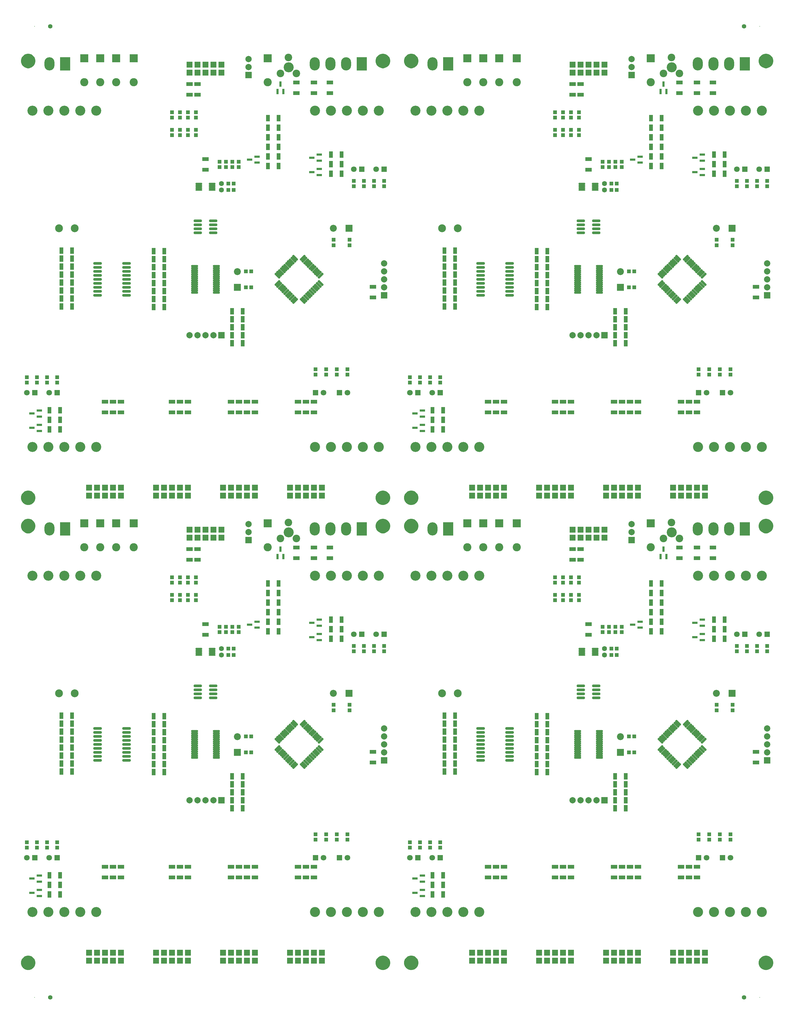
<source format=gbs>
%MOIN*%
%OFA0B0*%
%FSLAX44Y44*%
%IPPOS*%
%LPD*%
%AMOVALD80*
21,1,0.057086614173228349,0.031622047244094488,0,0,315*
1,1,0.031622047244094488,-0.020185039370078744,0.020185039370078744*
1,1,0.031622047244094488,0.020185039370078744,-0.020185039370078744*%
%AMCOMP581*
4,1,3,
-0.031363248019085216,0.009003083977784633,
0.0090030839777846174,-0.031363248019085216,
0.031363248019085216,-0.009003083977784633,
-0.0090030839777846174,0.031363248019085216,
0*
4,1,19,
-0.020185039370078744,0.035996062992125988,
-0.01529916437240241,0.035222216415123374,
-0.01089155286139145,0.0329764261787787,
-0.007393652561378786,0.029478525878766038,
-0.0051478623250341094,0.025070914367755076,
-0.0043740157480314972,0.020185039370078744,
-0.0051478623250341068,0.01529916437240241,
-0.007393652561378786,0.010891552861391452,
-0.010891552861391448,0.0073936525613787878,
-0.015299164372402408,0.0051478623250341094,
-0.020185039370078744,0.0043740157480314972,
-0.02507091436775508,0.0051478623250341094,
-0.029478525878766034,0.0073936525613787834,
-0.032976426178778696,0.010891552861391448,
-0.035222216415123374,0.015299164372402405,
-0.035996062992125988,0.02018503937007874,
-0.035222216415123374,0.025070914367755076,
-0.0329764261787787,0.029478525878766034,
-0.029478525878766038,0.032976426178778696,
-0.02507091436775508,0.035222216415123374,
0*
4,1,19,
0.020185039370078744,-0.0043740157480314972,
0.025070914367755076,-0.0051478623250341094,
0.029478525878766038,-0.007393652561378786,
0.0329764261787787,-0.01089155286139145,
0.035222216415123374,-0.015299164372402408,
0.035996062992125988,-0.020185039370078744,
0.035222216415123374,-0.025070914367755076,
0.0329764261787787,-0.029478525878766034,
0.029478525878766038,-0.032976426178778696,
0.025070914367755076,-0.035222216415123374,
0.020185039370078744,-0.035996062992125988,
0.015299164372402403,-0.035222216415123374,
0.010891552861391452,-0.0329764261787787,
0.0073936525613787878,-0.029478525878766038,
0.0051478623250341094,-0.02507091436775508,
0.0043740157480314972,-0.020185039370078747,
0.0051478623250341068,-0.015299164372402412,
0.0073936525613787834,-0.010891552861391452,
0.010891552861391448,-0.0073936525613787878,
0.015299164372402405,-0.0051478623250341094,
0*%
%AMOVALD81*
21,1,0.057086614173228349,0.031622047244094488,0,0,45*
1,1,0.031622047244094488,-0.020185039370078744,-0.020185039370078744*
1,1,0.031622047244094488,0.020185039370078744,0.020185039370078744*%
%AMCOMP582*
4,1,3,
-0.0090030839777846261,-0.031363248019085216,
0.031363248019085216,0.0090030839777846244,
0.0090030839777846261,0.031363248019085216,
-0.031363248019085216,-0.0090030839777846244,
0*
4,1,19,
-0.020185039370078744,-0.0043740157480314972,
-0.01529916437240241,-0.0051478623250341094,
-0.01089155286139145,-0.007393652561378786,
-0.007393652561378786,-0.01089155286139145,
-0.0051478623250341094,-0.015299164372402408,
-0.0043740157480314972,-0.020185039370078744,
-0.0051478623250341068,-0.025070914367755076,
-0.007393652561378786,-0.029478525878766034,
-0.010891552861391448,-0.032976426178778696,
-0.015299164372402408,-0.035222216415123374,
-0.020185039370078744,-0.035996062992125988,
-0.02507091436775508,-0.035222216415123374,
-0.029478525878766034,-0.0329764261787787,
-0.032976426178778696,-0.029478525878766038,
-0.035222216415123374,-0.02507091436775508,
-0.035996062992125988,-0.020185039370078747,
-0.035222216415123374,-0.015299164372402412,
-0.0329764261787787,-0.010891552861391452,
-0.029478525878766038,-0.0073936525613787878,
-0.02507091436775508,-0.0051478623250341094,
0*
4,1,19,
0.020185039370078744,0.035996062992125988,
0.025070914367755076,0.035222216415123374,
0.029478525878766038,0.0329764261787787,
0.0329764261787787,0.029478525878766038,
0.035222216415123374,0.025070914367755076,
0.035996062992125988,0.020185039370078744,
0.035222216415123374,0.01529916437240241,
0.0329764261787787,0.010891552861391452,
0.029478525878766038,0.0073936525613787878,
0.025070914367755076,0.0051478623250341094,
0.020185039370078744,0.0043740157480314972,
0.015299164372402403,0.0051478623250341094,
0.010891552861391452,0.0073936525613787834,
0.0073936525613787878,0.010891552861391448,
0.0051478623250341094,0.015299164372402405,
0.0043740157480314972,0.02018503937007874,
0.0051478623250341068,0.025070914367755076,
0.0073936525613787834,0.029478525878766034,
0.010891552861391448,0.032976426178778696,
0.015299164372402405,0.035222216415123374,
0*%
%AMOVALD800*
21,1,0.057086614173228349,0.031622047244094488,0,0,315*
1,1,0.031622047244094488,-0.020185039370078744,0.020185039370078744*
1,1,0.031622047244094488,0.020185039370078744,-0.020185039370078744*%
%AMCOMP5870*
4,1,3,
-0.031363248019085216,0.009003083977784633,
0.0090030839777846174,-0.031363248019085216,
0.031363248019085216,-0.009003083977784633,
-0.0090030839777846174,0.031363248019085216,
0*
4,1,19,
-0.020185039370078744,0.035996062992125988,
-0.01529916437240241,0.035222216415123374,
-0.01089155286139145,0.0329764261787787,
-0.007393652561378786,0.029478525878766038,
-0.0051478623250341094,0.025070914367755076,
-0.0043740157480314972,0.020185039370078744,
-0.0051478623250341068,0.01529916437240241,
-0.007393652561378786,0.010891552861391452,
-0.010891552861391448,0.0073936525613787878,
-0.015299164372402408,0.0051478623250341094,
-0.020185039370078744,0.0043740157480314972,
-0.02507091436775508,0.0051478623250341094,
-0.029478525878766034,0.0073936525613787834,
-0.032976426178778696,0.010891552861391448,
-0.035222216415123374,0.015299164372402405,
-0.035996062992125988,0.02018503937007874,
-0.035222216415123374,0.025070914367755076,
-0.0329764261787787,0.029478525878766034,
-0.029478525878766038,0.032976426178778696,
-0.02507091436775508,0.035222216415123374,
0*
4,1,19,
0.020185039370078744,-0.0043740157480314972,
0.025070914367755076,-0.0051478623250341094,
0.029478525878766038,-0.007393652561378786,
0.0329764261787787,-0.01089155286139145,
0.035222216415123374,-0.015299164372402408,
0.035996062992125988,-0.020185039370078744,
0.035222216415123374,-0.025070914367755076,
0.0329764261787787,-0.029478525878766034,
0.029478525878766038,-0.032976426178778696,
0.025070914367755076,-0.035222216415123374,
0.020185039370078744,-0.035996062992125988,
0.015299164372402403,-0.035222216415123374,
0.010891552861391452,-0.0329764261787787,
0.0073936525613787878,-0.029478525878766038,
0.0051478623250341094,-0.02507091436775508,
0.0043740157480314972,-0.020185039370078747,
0.0051478623250341068,-0.015299164372402412,
0.0073936525613787834,-0.010891552861391452,
0.010891552861391448,-0.0073936525613787878,
0.015299164372402405,-0.0051478623250341094,
0*%
%AMOVALD810*
21,1,0.057086614173228349,0.031622047244094488,0,0,45*
1,1,0.031622047244094488,-0.020185039370078744,-0.020185039370078744*
1,1,0.031622047244094488,0.020185039370078744,0.020185039370078744*%
%AMCOMP5880*
4,1,3,
-0.0090030839777846261,-0.031363248019085216,
0.031363248019085216,0.0090030839777846244,
0.0090030839777846261,0.031363248019085216,
-0.031363248019085216,-0.0090030839777846244,
0*
4,1,19,
-0.020185039370078744,-0.0043740157480314972,
-0.01529916437240241,-0.0051478623250341094,
-0.01089155286139145,-0.007393652561378786,
-0.007393652561378786,-0.01089155286139145,
-0.0051478623250341094,-0.015299164372402408,
-0.0043740157480314972,-0.020185039370078744,
-0.0051478623250341068,-0.025070914367755076,
-0.007393652561378786,-0.029478525878766034,
-0.010891552861391448,-0.032976426178778696,
-0.015299164372402408,-0.035222216415123374,
-0.020185039370078744,-0.035996062992125988,
-0.02507091436775508,-0.035222216415123374,
-0.029478525878766034,-0.0329764261787787,
-0.032976426178778696,-0.029478525878766038,
-0.035222216415123374,-0.02507091436775508,
-0.035996062992125988,-0.020185039370078747,
-0.035222216415123374,-0.015299164372402412,
-0.0329764261787787,-0.010891552861391452,
-0.029478525878766038,-0.0073936525613787878,
-0.02507091436775508,-0.0051478623250341094,
0*
4,1,19,
0.020185039370078744,0.035996062992125988,
0.025070914367755076,0.035222216415123374,
0.029478525878766038,0.0329764261787787,
0.0329764261787787,0.029478525878766038,
0.035222216415123374,0.025070914367755076,
0.035996062992125988,0.020185039370078744,
0.035222216415123374,0.01529916437240241,
0.0329764261787787,0.010891552861391452,
0.029478525878766038,0.0073936525613787878,
0.025070914367755076,0.0051478623250341094,
0.020185039370078744,0.0043740157480314972,
0.015299164372402403,0.0051478623250341094,
0.010891552861391452,0.0073936525613787834,
0.0073936525613787878,0.010891552861391448,
0.0051478623250341094,0.015299164372402405,
0.0043740157480314972,0.02018503937007874,
0.0051478623250341068,0.025070914367755076,
0.0073936525613787834,0.029478525878766034,
0.010891552861391448,0.032976426178778696,
0.015299164372402405,0.035222216415123374,
0*%
%AMOVALD801*
21,1,0.057086614173228349,0.031622047244094488,0,0,315*
1,1,0.031622047244094488,-0.020185039370078744,0.020185039370078744*
1,1,0.031622047244094488,0.020185039370078744,-0.020185039370078744*%
%AMCOMP5930*
4,1,3,
-0.031363248019085216,0.009003083977784633,
0.0090030839777846174,-0.031363248019085216,
0.031363248019085216,-0.009003083977784633,
-0.0090030839777846174,0.031363248019085216,
0*
4,1,19,
-0.020185039370078744,0.035996062992125988,
-0.01529916437240241,0.035222216415123374,
-0.01089155286139145,0.0329764261787787,
-0.007393652561378786,0.029478525878766038,
-0.0051478623250341094,0.025070914367755076,
-0.0043740157480314972,0.020185039370078744,
-0.0051478623250341068,0.01529916437240241,
-0.007393652561378786,0.010891552861391452,
-0.010891552861391448,0.0073936525613787878,
-0.015299164372402408,0.0051478623250341094,
-0.020185039370078744,0.0043740157480314972,
-0.02507091436775508,0.0051478623250341094,
-0.029478525878766034,0.0073936525613787834,
-0.032976426178778696,0.010891552861391448,
-0.035222216415123374,0.015299164372402405,
-0.035996062992125988,0.02018503937007874,
-0.035222216415123374,0.025070914367755076,
-0.0329764261787787,0.029478525878766034,
-0.029478525878766038,0.032976426178778696,
-0.02507091436775508,0.035222216415123374,
0*
4,1,19,
0.020185039370078744,-0.0043740157480314972,
0.025070914367755076,-0.0051478623250341094,
0.029478525878766038,-0.007393652561378786,
0.0329764261787787,-0.01089155286139145,
0.035222216415123374,-0.015299164372402408,
0.035996062992125988,-0.020185039370078744,
0.035222216415123374,-0.025070914367755076,
0.0329764261787787,-0.029478525878766034,
0.029478525878766038,-0.032976426178778696,
0.025070914367755076,-0.035222216415123374,
0.020185039370078744,-0.035996062992125988,
0.015299164372402403,-0.035222216415123374,
0.010891552861391452,-0.0329764261787787,
0.0073936525613787878,-0.029478525878766038,
0.0051478623250341094,-0.02507091436775508,
0.0043740157480314972,-0.020185039370078747,
0.0051478623250341068,-0.015299164372402412,
0.0073936525613787834,-0.010891552861391452,
0.010891552861391448,-0.0073936525613787878,
0.015299164372402405,-0.0051478623250341094,
0*%
%AMOVALD811*
21,1,0.057086614173228349,0.031622047244094488,0,0,45*
1,1,0.031622047244094488,-0.020185039370078744,-0.020185039370078744*
1,1,0.031622047244094488,0.020185039370078744,0.020185039370078744*%
%AMCOMP5940*
4,1,3,
-0.0090030839777846261,-0.031363248019085216,
0.031363248019085216,0.0090030839777846244,
0.0090030839777846261,0.031363248019085216,
-0.031363248019085216,-0.0090030839777846244,
0*
4,1,19,
-0.020185039370078744,-0.0043740157480314972,
-0.01529916437240241,-0.0051478623250341094,
-0.01089155286139145,-0.007393652561378786,
-0.007393652561378786,-0.01089155286139145,
-0.0051478623250341094,-0.015299164372402408,
-0.0043740157480314972,-0.020185039370078744,
-0.0051478623250341068,-0.025070914367755076,
-0.007393652561378786,-0.029478525878766034,
-0.010891552861391448,-0.032976426178778696,
-0.015299164372402408,-0.035222216415123374,
-0.020185039370078744,-0.035996062992125988,
-0.02507091436775508,-0.035222216415123374,
-0.029478525878766034,-0.0329764261787787,
-0.032976426178778696,-0.029478525878766038,
-0.035222216415123374,-0.02507091436775508,
-0.035996062992125988,-0.020185039370078747,
-0.035222216415123374,-0.015299164372402412,
-0.0329764261787787,-0.010891552861391452,
-0.029478525878766038,-0.0073936525613787878,
-0.02507091436775508,-0.0051478623250341094,
0*
4,1,19,
0.020185039370078744,0.035996062992125988,
0.025070914367755076,0.035222216415123374,
0.029478525878766038,0.0329764261787787,
0.0329764261787787,0.029478525878766038,
0.035222216415123374,0.025070914367755076,
0.035996062992125988,0.020185039370078744,
0.035222216415123374,0.01529916437240241,
0.0329764261787787,0.010891552861391452,
0.029478525878766038,0.0073936525613787878,
0.025070914367755076,0.0051478623250341094,
0.020185039370078744,0.0043740157480314972,
0.015299164372402403,0.0051478623250341094,
0.010891552861391452,0.0073936525613787834,
0.0073936525613787878,0.010891552861391448,
0.0051478623250341094,0.015299164372402405,
0.0043740157480314972,0.02018503937007874,
0.0051478623250341068,0.025070914367755076,
0.0073936525613787834,0.029478525878766034,
0.010891552861391448,0.032976426178778696,
0.015299164372402405,0.035222216415123374,
0*%
%AMOVALD800*
21,1,0.057086614173228349,0.031622047244094488,0,0,315*
1,1,0.031622047244094488,-0.020185039370078744,0.020185039370078744*
1,1,0.031622047244094488,0.020185039370078744,-0.020185039370078744*%
%AMCOMP5990*
4,1,3,
-0.031363248019085216,0.009003083977784633,
0.0090030839777846174,-0.031363248019085216,
0.031363248019085216,-0.009003083977784633,
-0.0090030839777846174,0.031363248019085216,
0*
4,1,19,
-0.020185039370078744,0.035996062992125988,
-0.01529916437240241,0.035222216415123374,
-0.01089155286139145,0.0329764261787787,
-0.007393652561378786,0.029478525878766038,
-0.0051478623250341094,0.025070914367755076,
-0.0043740157480314972,0.020185039370078744,
-0.0051478623250341068,0.01529916437240241,
-0.007393652561378786,0.010891552861391452,
-0.010891552861391448,0.0073936525613787878,
-0.015299164372402408,0.0051478623250341094,
-0.020185039370078744,0.0043740157480314972,
-0.02507091436775508,0.0051478623250341094,
-0.029478525878766034,0.0073936525613787834,
-0.032976426178778696,0.010891552861391448,
-0.035222216415123374,0.015299164372402405,
-0.035996062992125988,0.02018503937007874,
-0.035222216415123374,0.025070914367755076,
-0.0329764261787787,0.029478525878766034,
-0.029478525878766038,0.032976426178778696,
-0.02507091436775508,0.035222216415123374,
0*
4,1,19,
0.020185039370078744,-0.0043740157480314972,
0.025070914367755076,-0.0051478623250341094,
0.029478525878766038,-0.007393652561378786,
0.0329764261787787,-0.01089155286139145,
0.035222216415123374,-0.015299164372402408,
0.035996062992125988,-0.020185039370078744,
0.035222216415123374,-0.025070914367755076,
0.0329764261787787,-0.029478525878766034,
0.029478525878766038,-0.032976426178778696,
0.025070914367755076,-0.035222216415123374,
0.020185039370078744,-0.035996062992125988,
0.015299164372402403,-0.035222216415123374,
0.010891552861391452,-0.0329764261787787,
0.0073936525613787878,-0.029478525878766038,
0.0051478623250341094,-0.02507091436775508,
0.0043740157480314972,-0.020185039370078747,
0.0051478623250341068,-0.015299164372402412,
0.0073936525613787834,-0.010891552861391452,
0.010891552861391448,-0.0073936525613787878,
0.015299164372402405,-0.0051478623250341094,
0*%
%AMOVALD810*
21,1,0.057086614173228349,0.031622047244094488,0,0,45*
1,1,0.031622047244094488,-0.020185039370078744,-0.020185039370078744*
1,1,0.031622047244094488,0.020185039370078744,0.020185039370078744*%
%AMCOMP6000*
4,1,3,
-0.0090030839777846261,-0.031363248019085216,
0.031363248019085216,0.0090030839777846244,
0.0090030839777846261,0.031363248019085216,
-0.031363248019085216,-0.0090030839777846244,
0*
4,1,19,
-0.020185039370078744,-0.0043740157480314972,
-0.01529916437240241,-0.0051478623250341094,
-0.01089155286139145,-0.007393652561378786,
-0.007393652561378786,-0.01089155286139145,
-0.0051478623250341094,-0.015299164372402408,
-0.0043740157480314972,-0.020185039370078744,
-0.0051478623250341068,-0.025070914367755076,
-0.007393652561378786,-0.029478525878766034,
-0.010891552861391448,-0.032976426178778696,
-0.015299164372402408,-0.035222216415123374,
-0.020185039370078744,-0.035996062992125988,
-0.02507091436775508,-0.035222216415123374,
-0.029478525878766034,-0.0329764261787787,
-0.032976426178778696,-0.029478525878766038,
-0.035222216415123374,-0.02507091436775508,
-0.035996062992125988,-0.020185039370078747,
-0.035222216415123374,-0.015299164372402412,
-0.0329764261787787,-0.010891552861391452,
-0.029478525878766038,-0.0073936525613787878,
-0.02507091436775508,-0.0051478623250341094,
0*
4,1,19,
0.020185039370078744,0.035996062992125988,
0.025070914367755076,0.035222216415123374,
0.029478525878766038,0.0329764261787787,
0.0329764261787787,0.029478525878766038,
0.035222216415123374,0.025070914367755076,
0.035996062992125988,0.020185039370078744,
0.035222216415123374,0.01529916437240241,
0.0329764261787787,0.010891552861391452,
0.029478525878766038,0.0073936525613787878,
0.025070914367755076,0.0051478623250341094,
0.020185039370078744,0.0043740157480314972,
0.015299164372402403,0.0051478623250341094,
0.010891552861391452,0.0073936525613787834,
0.0073936525613787878,0.010891552861391448,
0.0051478623250341094,0.015299164372402405,
0.0043740157480314972,0.02018503937007874,
0.0051478623250341068,0.025070914367755076,
0.0073936525613787834,0.029478525878766034,
0.010891552861391448,0.032976426178778696,
0.015299164372402405,0.035222216415123374,
0*%
%ADD62C,0.12611023622047243*%
%ADD63R,0.074929133858267716X0.074929133858267716*%
%ADD64C,0.098551181102362218*%
%ADD65C,0.063118110236220479*%
%ADD66C,0.070992125984251975*%
%ADD67R,0.070992125984251975X0.070992125984251975*%
%ADD68C,0.078866141732283471*%
%ADD69R,0.078866141732283471X0.078866141732283471*%
%ADD70C,0.086740157480314953*%
%ADD71R,0.086740157480314953X0.086740157480314953*%
%ADD72R,0.078866141732283471X0.078866141732283471*%
%ADD73R,0.086740157480314953X0.086740157480314953*%
%ADD74R,0.10248818897637797X0.10248818897637797*%
%ADD75C,0.10248818897637797*%
%ADD76O,0.12611023622047243X0.16548031496062993*%
%ADD77R,0.12611023622047243X0.16548031496062993*%
%ADD78C,0.094614173228346463*%
%ADD79O,0.11036220472440945X0.035559055118110236*%
%AMCOMP617*
4,1,3,
-0.031363248019085216,0.009003083977784633,
0.0090030839777846174,-0.031363248019085216,
0.031363248019085216,-0.009003083977784633,
-0.0090030839777846174,0.031363248019085216,
0*
4,1,19,
-0.020185039370078744,0.035996062992125988,
-0.01529916437240241,0.035222216415123374,
-0.01089155286139145,0.0329764261787787,
-0.007393652561378786,0.029478525878766038,
-0.0051478623250341094,0.025070914367755076,
-0.0043740157480314972,0.020185039370078744,
-0.0051478623250341068,0.01529916437240241,
-0.007393652561378786,0.010891552861391452,
-0.010891552861391448,0.0073936525613787878,
-0.015299164372402408,0.0051478623250341094,
-0.020185039370078744,0.0043740157480314972,
-0.02507091436775508,0.0051478623250341094,
-0.029478525878766034,0.0073936525613787834,
-0.032976426178778696,0.010891552861391448,
-0.035222216415123374,0.015299164372402405,
-0.035996062992125988,0.02018503937007874,
-0.035222216415123374,0.025070914367755076,
-0.0329764261787787,0.029478525878766034,
-0.029478525878766038,0.032976426178778696,
-0.02507091436775508,0.035222216415123374,
0*
4,1,19,
0.020185039370078744,-0.0043740157480314972,
0.025070914367755076,-0.0051478623250341094,
0.029478525878766038,-0.007393652561378786,
0.0329764261787787,-0.01089155286139145,
0.035222216415123374,-0.015299164372402408,
0.035996062992125988,-0.020185039370078744,
0.035222216415123374,-0.025070914367755076,
0.0329764261787787,-0.029478525878766034,
0.029478525878766038,-0.032976426178778696,
0.025070914367755076,-0.035222216415123374,
0.020185039370078744,-0.035996062992125988,
0.015299164372402403,-0.035222216415123374,
0.010891552861391452,-0.0329764261787787,
0.0073936525613787878,-0.029478525878766038,
0.0051478623250341094,-0.02507091436775508,
0.0043740157480314972,-0.020185039370078747,
0.0051478623250341068,-0.015299164372402412,
0.0073936525613787834,-0.010891552861391452,
0.010891552861391448,-0.0073936525613787878,
0.015299164372402405,-0.0051478623250341094,
0*%
%ADD80COMP617*%
%AMCOMP618*
4,1,3,
-0.0090030839777846261,-0.031363248019085216,
0.031363248019085216,0.0090030839777846244,
0.0090030839777846261,0.031363248019085216,
-0.031363248019085216,-0.0090030839777846244,
0*
4,1,19,
-0.020185039370078744,-0.0043740157480314972,
-0.01529916437240241,-0.0051478623250341094,
-0.01089155286139145,-0.007393652561378786,
-0.007393652561378786,-0.01089155286139145,
-0.0051478623250341094,-0.015299164372402408,
-0.0043740157480314972,-0.020185039370078744,
-0.0051478623250341068,-0.025070914367755076,
-0.007393652561378786,-0.029478525878766034,
-0.010891552861391448,-0.032976426178778696,
-0.015299164372402408,-0.035222216415123374,
-0.020185039370078744,-0.035996062992125988,
-0.02507091436775508,-0.035222216415123374,
-0.029478525878766034,-0.0329764261787787,
-0.032976426178778696,-0.029478525878766038,
-0.035222216415123374,-0.02507091436775508,
-0.035996062992125988,-0.020185039370078747,
-0.035222216415123374,-0.015299164372402412,
-0.0329764261787787,-0.010891552861391452,
-0.029478525878766038,-0.0073936525613787878,
-0.02507091436775508,-0.0051478623250341094,
0*
4,1,19,
0.020185039370078744,0.035996062992125988,
0.025070914367755076,0.035222216415123374,
0.029478525878766038,0.0329764261787787,
0.0329764261787787,0.029478525878766038,
0.035222216415123374,0.025070914367755076,
0.035996062992125988,0.020185039370078744,
0.035222216415123374,0.01529916437240241,
0.0329764261787787,0.010891552861391452,
0.029478525878766038,0.0073936525613787878,
0.025070914367755076,0.0051478623250341094,
0.020185039370078744,0.0043740157480314972,
0.015299164372402403,0.0051478623250341094,
0.010891552861391452,0.0073936525613787834,
0.0073936525613787878,0.010891552861391448,
0.0051478623250341094,0.015299164372402405,
0.0043740157480314972,0.02018503937007874,
0.0051478623250341068,0.025070914367755076,
0.0073936525613787834,0.029478525878766034,
0.010891552861391448,0.032976426178778696,
0.015299164372402405,0.035222216415123374,
0*%
%ADD81COMP618*%
%ADD82O,0.086740157480314953X0.019811023622047244*%
%ADD83O,0.1064251968503937X0.035559055118110236*%
%ADD84O,0.090677165354330708X0.025716535433070866*%
%ADD85R,0.065086614173228349X0.031622047244094488*%
%ADD86R,0.049338582677165357X0.050519685039370078*%
%ADD87R,0.031622047244094488X0.065086614173228349*%
%ADD88R,0.047370078740157487X0.082803149606299226*%
%ADD89R,0.082803149606299226X0.047370078740157487*%
%ADD90R,0.050519685039370078X0.049338582677165357*%
%ADD101C,0.12611023622047243*%
%ADD102R,0.074929133858267716X0.074929133858267716*%
%ADD103C,0.098551181102362218*%
%ADD104C,0.063118110236220479*%
%ADD105C,0.070992125984251975*%
%ADD106R,0.070992125984251975X0.070992125984251975*%
%ADD107C,0.078866141732283471*%
%ADD108R,0.078866141732283471X0.078866141732283471*%
%ADD109C,0.086740157480314953*%
%ADD110R,0.086740157480314953X0.086740157480314953*%
%ADD111R,0.078866141732283471X0.078866141732283471*%
%ADD112R,0.086740157480314953X0.086740157480314953*%
%ADD113R,0.10248818897637797X0.10248818897637797*%
%ADD114C,0.10248818897637797*%
%ADD115O,0.12611023622047243X0.16548031496062993*%
%ADD116R,0.12611023622047243X0.16548031496062993*%
%ADD117C,0.094614173228346463*%
%ADD118O,0.11036220472440945X0.035559055118110236*%
%AMCOMP619*
4,1,3,
-0.031363248019085216,0.009003083977784633,
0.0090030839777846174,-0.031363248019085216,
0.031363248019085216,-0.009003083977784633,
-0.0090030839777846174,0.031363248019085216,
0*
4,1,19,
-0.020185039370078744,0.035996062992125988,
-0.01529916437240241,0.035222216415123374,
-0.01089155286139145,0.0329764261787787,
-0.007393652561378786,0.029478525878766038,
-0.0051478623250341094,0.025070914367755076,
-0.0043740157480314972,0.020185039370078744,
-0.0051478623250341068,0.01529916437240241,
-0.007393652561378786,0.010891552861391452,
-0.010891552861391448,0.0073936525613787878,
-0.015299164372402408,0.0051478623250341094,
-0.020185039370078744,0.0043740157480314972,
-0.02507091436775508,0.0051478623250341094,
-0.029478525878766034,0.0073936525613787834,
-0.032976426178778696,0.010891552861391448,
-0.035222216415123374,0.015299164372402405,
-0.035996062992125988,0.02018503937007874,
-0.035222216415123374,0.025070914367755076,
-0.0329764261787787,0.029478525878766034,
-0.029478525878766038,0.032976426178778696,
-0.02507091436775508,0.035222216415123374,
0*
4,1,19,
0.020185039370078744,-0.0043740157480314972,
0.025070914367755076,-0.0051478623250341094,
0.029478525878766038,-0.007393652561378786,
0.0329764261787787,-0.01089155286139145,
0.035222216415123374,-0.015299164372402408,
0.035996062992125988,-0.020185039370078744,
0.035222216415123374,-0.025070914367755076,
0.0329764261787787,-0.029478525878766034,
0.029478525878766038,-0.032976426178778696,
0.025070914367755076,-0.035222216415123374,
0.020185039370078744,-0.035996062992125988,
0.015299164372402403,-0.035222216415123374,
0.010891552861391452,-0.0329764261787787,
0.0073936525613787878,-0.029478525878766038,
0.0051478623250341094,-0.02507091436775508,
0.0043740157480314972,-0.020185039370078747,
0.0051478623250341068,-0.015299164372402412,
0.0073936525613787834,-0.010891552861391452,
0.010891552861391448,-0.0073936525613787878,
0.015299164372402405,-0.0051478623250341094,
0*%
%ADD119COMP619*%
%AMCOMP620*
4,1,3,
-0.0090030839777846261,-0.031363248019085216,
0.031363248019085216,0.0090030839777846244,
0.0090030839777846261,0.031363248019085216,
-0.031363248019085216,-0.0090030839777846244,
0*
4,1,19,
-0.020185039370078744,-0.0043740157480314972,
-0.01529916437240241,-0.0051478623250341094,
-0.01089155286139145,-0.007393652561378786,
-0.007393652561378786,-0.01089155286139145,
-0.0051478623250341094,-0.015299164372402408,
-0.0043740157480314972,-0.020185039370078744,
-0.0051478623250341068,-0.025070914367755076,
-0.007393652561378786,-0.029478525878766034,
-0.010891552861391448,-0.032976426178778696,
-0.015299164372402408,-0.035222216415123374,
-0.020185039370078744,-0.035996062992125988,
-0.02507091436775508,-0.035222216415123374,
-0.029478525878766034,-0.0329764261787787,
-0.032976426178778696,-0.029478525878766038,
-0.035222216415123374,-0.02507091436775508,
-0.035996062992125988,-0.020185039370078747,
-0.035222216415123374,-0.015299164372402412,
-0.0329764261787787,-0.010891552861391452,
-0.029478525878766038,-0.0073936525613787878,
-0.02507091436775508,-0.0051478623250341094,
0*
4,1,19,
0.020185039370078744,0.035996062992125988,
0.025070914367755076,0.035222216415123374,
0.029478525878766038,0.0329764261787787,
0.0329764261787787,0.029478525878766038,
0.035222216415123374,0.025070914367755076,
0.035996062992125988,0.020185039370078744,
0.035222216415123374,0.01529916437240241,
0.0329764261787787,0.010891552861391452,
0.029478525878766038,0.0073936525613787878,
0.025070914367755076,0.0051478623250341094,
0.020185039370078744,0.0043740157480314972,
0.015299164372402403,0.0051478623250341094,
0.010891552861391452,0.0073936525613787834,
0.0073936525613787878,0.010891552861391448,
0.0051478623250341094,0.015299164372402405,
0.0043740157480314972,0.02018503937007874,
0.0051478623250341068,0.025070914367755076,
0.0073936525613787834,0.029478525878766034,
0.010891552861391448,0.032976426178778696,
0.015299164372402405,0.035222216415123374,
0*%
%ADD120COMP620*%
%ADD121O,0.086740157480314953X0.019811023622047244*%
%ADD122O,0.1064251968503937X0.035559055118110236*%
%ADD123O,0.090677165354330708X0.025716535433070866*%
%ADD124R,0.065086614173228349X0.031622047244094488*%
%ADD125R,0.049338582677165357X0.050519685039370078*%
%ADD126R,0.031622047244094488X0.065086614173228349*%
%ADD127R,0.047370078740157487X0.082803149606299226*%
%ADD128R,0.082803149606299226X0.047370078740157487*%
%ADD129R,0.050519685039370078X0.049338582677165357*%
%ADD130C,0.12611023622047243*%
%ADD131R,0.074929133858267716X0.074929133858267716*%
%ADD132C,0.098551181102362218*%
%ADD133C,0.063118110236220479*%
%ADD134C,0.070992125984251975*%
%ADD135R,0.070992125984251975X0.070992125984251975*%
%ADD136C,0.078866141732283471*%
%ADD137R,0.078866141732283471X0.078866141732283471*%
%ADD138C,0.086740157480314953*%
%ADD139R,0.086740157480314953X0.086740157480314953*%
%ADD140R,0.078866141732283471X0.078866141732283471*%
%ADD141R,0.086740157480314953X0.086740157480314953*%
%ADD142R,0.10248818897637797X0.10248818897637797*%
%ADD143C,0.10248818897637797*%
%ADD144O,0.12611023622047243X0.16548031496062993*%
%ADD145R,0.12611023622047243X0.16548031496062993*%
%ADD146C,0.094614173228346463*%
%ADD147O,0.11036220472440945X0.035559055118110236*%
%AMCOMP621*
4,1,3,
-0.031363248019085216,0.009003083977784633,
0.0090030839777846174,-0.031363248019085216,
0.031363248019085216,-0.009003083977784633,
-0.0090030839777846174,0.031363248019085216,
0*
4,1,19,
-0.020185039370078744,0.035996062992125988,
-0.01529916437240241,0.035222216415123374,
-0.01089155286139145,0.0329764261787787,
-0.007393652561378786,0.029478525878766038,
-0.0051478623250341094,0.025070914367755076,
-0.0043740157480314972,0.020185039370078744,
-0.0051478623250341068,0.01529916437240241,
-0.007393652561378786,0.010891552861391452,
-0.010891552861391448,0.0073936525613787878,
-0.015299164372402408,0.0051478623250341094,
-0.020185039370078744,0.0043740157480314972,
-0.02507091436775508,0.0051478623250341094,
-0.029478525878766034,0.0073936525613787834,
-0.032976426178778696,0.010891552861391448,
-0.035222216415123374,0.015299164372402405,
-0.035996062992125988,0.02018503937007874,
-0.035222216415123374,0.025070914367755076,
-0.0329764261787787,0.029478525878766034,
-0.029478525878766038,0.032976426178778696,
-0.02507091436775508,0.035222216415123374,
0*
4,1,19,
0.020185039370078744,-0.0043740157480314972,
0.025070914367755076,-0.0051478623250341094,
0.029478525878766038,-0.007393652561378786,
0.0329764261787787,-0.01089155286139145,
0.035222216415123374,-0.015299164372402408,
0.035996062992125988,-0.020185039370078744,
0.035222216415123374,-0.025070914367755076,
0.0329764261787787,-0.029478525878766034,
0.029478525878766038,-0.032976426178778696,
0.025070914367755076,-0.035222216415123374,
0.020185039370078744,-0.035996062992125988,
0.015299164372402403,-0.035222216415123374,
0.010891552861391452,-0.0329764261787787,
0.0073936525613787878,-0.029478525878766038,
0.0051478623250341094,-0.02507091436775508,
0.0043740157480314972,-0.020185039370078747,
0.0051478623250341068,-0.015299164372402412,
0.0073936525613787834,-0.010891552861391452,
0.010891552861391448,-0.0073936525613787878,
0.015299164372402405,-0.0051478623250341094,
0*%
%ADD148COMP621*%
%AMCOMP622*
4,1,3,
-0.0090030839777846261,-0.031363248019085216,
0.031363248019085216,0.0090030839777846244,
0.0090030839777846261,0.031363248019085216,
-0.031363248019085216,-0.0090030839777846244,
0*
4,1,19,
-0.020185039370078744,-0.0043740157480314972,
-0.01529916437240241,-0.0051478623250341094,
-0.01089155286139145,-0.007393652561378786,
-0.007393652561378786,-0.01089155286139145,
-0.0051478623250341094,-0.015299164372402408,
-0.0043740157480314972,-0.020185039370078744,
-0.0051478623250341068,-0.025070914367755076,
-0.007393652561378786,-0.029478525878766034,
-0.010891552861391448,-0.032976426178778696,
-0.015299164372402408,-0.035222216415123374,
-0.020185039370078744,-0.035996062992125988,
-0.02507091436775508,-0.035222216415123374,
-0.029478525878766034,-0.0329764261787787,
-0.032976426178778696,-0.029478525878766038,
-0.035222216415123374,-0.02507091436775508,
-0.035996062992125988,-0.020185039370078747,
-0.035222216415123374,-0.015299164372402412,
-0.0329764261787787,-0.010891552861391452,
-0.029478525878766038,-0.0073936525613787878,
-0.02507091436775508,-0.0051478623250341094,
0*
4,1,19,
0.020185039370078744,0.035996062992125988,
0.025070914367755076,0.035222216415123374,
0.029478525878766038,0.0329764261787787,
0.0329764261787787,0.029478525878766038,
0.035222216415123374,0.025070914367755076,
0.035996062992125988,0.020185039370078744,
0.035222216415123374,0.01529916437240241,
0.0329764261787787,0.010891552861391452,
0.029478525878766038,0.0073936525613787878,
0.025070914367755076,0.0051478623250341094,
0.020185039370078744,0.0043740157480314972,
0.015299164372402403,0.0051478623250341094,
0.010891552861391452,0.0073936525613787834,
0.0073936525613787878,0.010891552861391448,
0.0051478623250341094,0.015299164372402405,
0.0043740157480314972,0.02018503937007874,
0.0051478623250341068,0.025070914367755076,
0.0073936525613787834,0.029478525878766034,
0.010891552861391448,0.032976426178778696,
0.015299164372402405,0.035222216415123374,
0*%
%ADD149COMP622*%
%ADD150O,0.086740157480314953X0.019811023622047244*%
%ADD151O,0.1064251968503937X0.035559055118110236*%
%ADD152O,0.090677165354330708X0.025716535433070866*%
%ADD153R,0.065086614173228349X0.031622047244094488*%
%ADD154R,0.049338582677165357X0.050519685039370078*%
%ADD155R,0.031622047244094488X0.065086614173228349*%
%ADD156R,0.047370078740157487X0.082803149606299226*%
%ADD157R,0.082803149606299226X0.047370078740157487*%
%ADD158R,0.050519685039370078X0.049338582677165357*%
%ADD159C,0.12611023622047243*%
%ADD160R,0.074929133858267716X0.074929133858267716*%
%ADD161C,0.098551181102362218*%
%ADD162C,0.063118110236220479*%
%ADD163C,0.070992125984251975*%
%ADD164R,0.070992125984251975X0.070992125984251975*%
%ADD165C,0.078866141732283471*%
%ADD166R,0.078866141732283471X0.078866141732283471*%
%ADD167C,0.086740157480314953*%
%ADD168R,0.086740157480314953X0.086740157480314953*%
%ADD169R,0.078866141732283471X0.078866141732283471*%
%ADD170R,0.086740157480314953X0.086740157480314953*%
%ADD171R,0.10248818897637797X0.10248818897637797*%
%ADD172C,0.10248818897637797*%
%ADD173O,0.12611023622047243X0.16548031496062993*%
%ADD174R,0.12611023622047243X0.16548031496062993*%
%ADD175C,0.094614173228346463*%
%ADD176O,0.11036220472440945X0.035559055118110236*%
%AMCOMP623*
4,1,3,
-0.031363248019085216,0.009003083977784633,
0.0090030839777846174,-0.031363248019085216,
0.031363248019085216,-0.009003083977784633,
-0.0090030839777846174,0.031363248019085216,
0*
4,1,19,
-0.020185039370078744,0.035996062992125988,
-0.01529916437240241,0.035222216415123374,
-0.01089155286139145,0.0329764261787787,
-0.007393652561378786,0.029478525878766038,
-0.0051478623250341094,0.025070914367755076,
-0.0043740157480314972,0.020185039370078744,
-0.0051478623250341068,0.01529916437240241,
-0.007393652561378786,0.010891552861391452,
-0.010891552861391448,0.0073936525613787878,
-0.015299164372402408,0.0051478623250341094,
-0.020185039370078744,0.0043740157480314972,
-0.02507091436775508,0.0051478623250341094,
-0.029478525878766034,0.0073936525613787834,
-0.032976426178778696,0.010891552861391448,
-0.035222216415123374,0.015299164372402405,
-0.035996062992125988,0.02018503937007874,
-0.035222216415123374,0.025070914367755076,
-0.0329764261787787,0.029478525878766034,
-0.029478525878766038,0.032976426178778696,
-0.02507091436775508,0.035222216415123374,
0*
4,1,19,
0.020185039370078744,-0.0043740157480314972,
0.025070914367755076,-0.0051478623250341094,
0.029478525878766038,-0.007393652561378786,
0.0329764261787787,-0.01089155286139145,
0.035222216415123374,-0.015299164372402408,
0.035996062992125988,-0.020185039370078744,
0.035222216415123374,-0.025070914367755076,
0.0329764261787787,-0.029478525878766034,
0.029478525878766038,-0.032976426178778696,
0.025070914367755076,-0.035222216415123374,
0.020185039370078744,-0.035996062992125988,
0.015299164372402403,-0.035222216415123374,
0.010891552861391452,-0.0329764261787787,
0.0073936525613787878,-0.029478525878766038,
0.0051478623250341094,-0.02507091436775508,
0.0043740157480314972,-0.020185039370078747,
0.0051478623250341068,-0.015299164372402412,
0.0073936525613787834,-0.010891552861391452,
0.010891552861391448,-0.0073936525613787878,
0.015299164372402405,-0.0051478623250341094,
0*%
%ADD177COMP623*%
%AMCOMP624*
4,1,3,
-0.0090030839777846261,-0.031363248019085216,
0.031363248019085216,0.0090030839777846244,
0.0090030839777846261,0.031363248019085216,
-0.031363248019085216,-0.0090030839777846244,
0*
4,1,19,
-0.020185039370078744,-0.0043740157480314972,
-0.01529916437240241,-0.0051478623250341094,
-0.01089155286139145,-0.007393652561378786,
-0.007393652561378786,-0.01089155286139145,
-0.0051478623250341094,-0.015299164372402408,
-0.0043740157480314972,-0.020185039370078744,
-0.0051478623250341068,-0.025070914367755076,
-0.007393652561378786,-0.029478525878766034,
-0.010891552861391448,-0.032976426178778696,
-0.015299164372402408,-0.035222216415123374,
-0.020185039370078744,-0.035996062992125988,
-0.02507091436775508,-0.035222216415123374,
-0.029478525878766034,-0.0329764261787787,
-0.032976426178778696,-0.029478525878766038,
-0.035222216415123374,-0.02507091436775508,
-0.035996062992125988,-0.020185039370078747,
-0.035222216415123374,-0.015299164372402412,
-0.0329764261787787,-0.010891552861391452,
-0.029478525878766038,-0.0073936525613787878,
-0.02507091436775508,-0.0051478623250341094,
0*
4,1,19,
0.020185039370078744,0.035996062992125988,
0.025070914367755076,0.035222216415123374,
0.029478525878766038,0.0329764261787787,
0.0329764261787787,0.029478525878766038,
0.035222216415123374,0.025070914367755076,
0.035996062992125988,0.020185039370078744,
0.035222216415123374,0.01529916437240241,
0.0329764261787787,0.010891552861391452,
0.029478525878766038,0.0073936525613787878,
0.025070914367755076,0.0051478623250341094,
0.020185039370078744,0.0043740157480314972,
0.015299164372402403,0.0051478623250341094,
0.010891552861391452,0.0073936525613787834,
0.0073936525613787878,0.010891552861391448,
0.0051478623250341094,0.015299164372402405,
0.0043740157480314972,0.02018503937007874,
0.0051478623250341068,0.025070914367755076,
0.0073936525613787834,0.029478525878766034,
0.010891552861391448,0.032976426178778696,
0.015299164372402405,0.035222216415123374,
0*%
%ADD178COMP624*%
%ADD179O,0.086740157480314953X0.019811023622047244*%
%ADD180O,0.1064251968503937X0.035559055118110236*%
%ADD181O,0.090677165354330708X0.025716535433070866*%
%ADD182R,0.065086614173228349X0.031622047244094488*%
%ADD183R,0.049338582677165357X0.050519685039370078*%
%ADD184R,0.031622047244094488X0.065086614173228349*%
%ADD185R,0.047370078740157487X0.082803149606299226*%
%ADD186R,0.082803149606299226X0.047370078740157487*%
%ADD187R,0.050519685039370078X0.049338582677165357*%
%ADD188C,0.055244094488188983*%
%ADD189C,0.008*%
%ADD190C,0.055244094488188983*%
%ADD191C,0.008*%
G01*
G75*
G36*
X00045933Y00061894D02*
X00046098Y00061826D01*
X00046246Y00061727D01*
X00046372Y00061600D01*
X00046471Y00061452D01*
X00046540Y00061287D01*
X00046574Y00061112D01*
X00046574Y00061023D01*
X00046574Y00060934D01*
X00046540Y00060759D01*
X00046471Y00060594D01*
X00046372Y00060446D01*
X00046246Y00060320D01*
X00046098Y00060221D01*
X00045933Y00060152D01*
X00045758Y00060117D01*
X00045580Y00060117D01*
X00045405Y00060152D01*
X00045240Y00060221D01*
X00045092Y00060320D01*
X00044965Y00060446D01*
X00044866Y00060594D01*
X00044798Y00060759D01*
X00044763Y00060934D01*
X00044763Y00061023D01*
X00044763Y00061112D01*
X00044798Y00061287D01*
X00044866Y00061452D01*
X00044965Y00061600D01*
X00045092Y00061727D01*
X00045240Y00061826D01*
X00045405Y00061894D01*
X00045580Y00061929D01*
X00045758Y00061929D01*
X00045933Y00061894D01*
D02*
G37*
G36*
X00001445Y00061894D02*
X00001610Y00061826D01*
X00001758Y00061727D01*
X00001884Y00061600D01*
X00001983Y00061452D01*
X00002051Y00061287D01*
X00002086Y00061112D01*
X00002086Y00061023D01*
X00002086Y00060934D01*
X00002051Y00060759D01*
X00001983Y00060594D01*
X00001884Y00060446D01*
X00001758Y00060320D01*
X00001610Y00060221D01*
X00001445Y00060152D01*
X00001270Y00060117D01*
X00001091Y00060117D01*
X00000916Y00060152D01*
X00000752Y00060221D01*
X00000603Y00060320D01*
X00000477Y00060446D01*
X00000378Y00060594D01*
X00000310Y00060759D01*
X00000275Y00060934D01*
X00000275Y00061023D01*
X00000275Y00061112D01*
X00000310Y00061287D01*
X00000378Y00061452D01*
X00000477Y00061600D01*
X00000603Y00061727D01*
X00000752Y00061826D01*
X00000916Y00061894D01*
X00001091Y00061929D01*
X00001270Y00061929D01*
X00001445Y00061894D01*
D02*
G37*
G36*
X00045933Y00007170D02*
X00046098Y00007101D01*
X00046246Y00007002D01*
X00046372Y00006876D01*
X00046471Y00006728D01*
X00046540Y00006563D01*
X00046574Y00006388D01*
X00046574Y00006299D01*
X00046574Y00006210D01*
X00046540Y00006035D01*
X00046471Y00005870D01*
X00046372Y00005721D01*
X00046246Y00005595D01*
X00046098Y00005496D01*
X00045933Y00005428D01*
X00045758Y00005393D01*
X00045580Y00005393D01*
X00045405Y00005428D01*
X00045240Y00005496D01*
X00045092Y00005595D01*
X00044965Y00005721D01*
X00044866Y00005870D01*
X00044798Y00006035D01*
X00044763Y00006210D01*
X00044763Y00006299D01*
X00044763Y00006388D01*
X00044798Y00006563D01*
X00044866Y00006728D01*
X00044965Y00006876D01*
X00045092Y00007002D01*
X00045240Y00007101D01*
X00045405Y00007170D01*
X00045580Y00007204D01*
X00045758Y00007204D01*
X00045933Y00007170D01*
D02*
G37*
G36*
X00001445Y00007170D02*
X00001610Y00007101D01*
X00001758Y00007002D01*
X00001884Y00006876D01*
X00001983Y00006728D01*
X00002051Y00006563D01*
X00002086Y00006388D01*
X00002086Y00006299D01*
X00002086Y00006210D01*
X00002051Y00006035D01*
X00001983Y00005870D01*
X00001884Y00005721D01*
X00001758Y00005595D01*
X00001610Y00005496D01*
X00001445Y00005428D01*
X00001270Y00005393D01*
X00001091Y00005393D01*
X00000916Y00005428D01*
X00000752Y00005496D01*
X00000603Y00005595D01*
X00000477Y00005721D01*
X00000378Y00005870D01*
X00000310Y00006035D01*
X00000275Y00006210D01*
X00000275Y00006299D01*
X00000275Y00006388D01*
X00000310Y00006563D01*
X00000378Y00006728D01*
X00000477Y00006876D01*
X00000603Y00007002D01*
X00000752Y00007101D01*
X00000916Y00007170D01*
X00001091Y00007204D01*
X00001270Y00007204D01*
X00001445Y00007170D01*
D02*
G37*
D62*
X00041141Y00012667D02*
D03*
X00043141Y00012667D02*
D03*
X00045141Y00012667D02*
D03*
X00039141Y00012667D02*
D03*
X00037141Y00012667D02*
D03*
X00037141Y00054793D02*
D03*
X00039141Y00054793D02*
D03*
X00045141Y00054793D02*
D03*
X00043141Y00054793D02*
D03*
X00041141Y00054793D02*
D03*
X00005708Y00012667D02*
D03*
X00007708Y00012667D02*
D03*
X00009708Y00012667D02*
D03*
X00003708Y00012667D02*
D03*
X00001708Y00012667D02*
D03*
X00001708Y00054793D02*
D03*
X00003708Y00054793D02*
D03*
X00009708Y00054793D02*
D03*
X00007708Y00054793D02*
D03*
X00005708Y00054793D02*
D03*
X00001181Y00006299D02*
D03*
X00001181Y00061023D02*
D03*
X00045669Y00061023D02*
D03*
X00045669Y00006299D02*
D03*
X00033838Y00060236D02*
D03*
D63*
X00018225Y00007561D02*
D03*
X00018225Y00006561D02*
D03*
X00020225Y00006561D02*
D03*
X00020225Y00007561D02*
D03*
X00019225Y00006561D02*
D03*
X00019225Y00007561D02*
D03*
X00021225Y00007561D02*
D03*
X00021225Y00006561D02*
D03*
X00017225Y00006561D02*
D03*
X00017225Y00007561D02*
D03*
X00035025Y00007561D02*
D03*
X00035025Y00006561D02*
D03*
X00037025Y00006561D02*
D03*
X00037025Y00007561D02*
D03*
X00036025Y00006561D02*
D03*
X00036025Y00007561D02*
D03*
X00038025Y00007561D02*
D03*
X00038025Y00006561D02*
D03*
X00034025Y00006561D02*
D03*
X00034025Y00007561D02*
D03*
X00026625Y00007561D02*
D03*
X00026625Y00006561D02*
D03*
X00028625Y00006561D02*
D03*
X00028625Y00007561D02*
D03*
X00027625Y00006561D02*
D03*
X00027625Y00007561D02*
D03*
X00029625Y00007561D02*
D03*
X00029625Y00006561D02*
D03*
X00025625Y00006561D02*
D03*
X00025625Y00007561D02*
D03*
X00009825Y00007561D02*
D03*
X00009825Y00006561D02*
D03*
X00011825Y00006561D02*
D03*
X00011825Y00007561D02*
D03*
X00010825Y00006561D02*
D03*
X00010825Y00007561D02*
D03*
X00012825Y00007561D02*
D03*
X00012825Y00006561D02*
D03*
X00008825Y00006561D02*
D03*
X00008825Y00007561D02*
D03*
X00025425Y00059561D02*
D03*
X00025425Y00060561D02*
D03*
X00021425Y00060561D02*
D03*
X00021425Y00059561D02*
D03*
X00023425Y00059561D02*
D03*
X00023425Y00060561D02*
D03*
X00022425Y00059561D02*
D03*
X00022425Y00060561D02*
D03*
X00024425Y00060561D02*
D03*
X00024425Y00059561D02*
D03*
D64*
X00007009Y00040061D02*
D03*
X00005040Y00040061D02*
D03*
D65*
X00025425Y00044874D02*
D03*
X00025425Y00045661D02*
D03*
D66*
X00001025Y00019461D02*
D03*
X00003825Y00019461D02*
D03*
X00041225Y00019461D02*
D03*
X00038225Y00019461D02*
D03*
X00044825Y00047461D02*
D03*
X00042025Y00047461D02*
D03*
D67*
X00002025Y00019461D02*
D03*
X00004825Y00019461D02*
D03*
X00040225Y00019461D02*
D03*
X00037225Y00019461D02*
D03*
X00045825Y00047461D02*
D03*
X00043025Y00047461D02*
D03*
D68*
X00021425Y00026661D02*
D03*
X00022425Y00026661D02*
D03*
X00023425Y00026661D02*
D03*
X00024425Y00026661D02*
D03*
X00045825Y00035661D02*
D03*
X00045825Y00034661D02*
D03*
X00045825Y00033661D02*
D03*
X00045825Y00032661D02*
D03*
X00028825Y00060261D02*
D03*
X00028825Y00061261D02*
D03*
D69*
X00025425Y00026661D02*
D03*
D70*
X00027425Y00034645D02*
D03*
X00039440Y00040061D02*
D03*
D71*
X00027425Y00032677D02*
D03*
D72*
X00045825Y00031661D02*
D03*
X00028825Y00059261D02*
D03*
D73*
X00041409Y00040061D02*
D03*
D74*
X00031225Y00061361D02*
D03*
X00014425Y00061361D02*
D03*
X00012225Y00061361D02*
D03*
X00010225Y00061361D02*
D03*
X00008225Y00061361D02*
D03*
D75*
X00031225Y00058361D02*
D03*
X00014425Y00058361D02*
D03*
X00012225Y00058361D02*
D03*
X00010225Y00058361D02*
D03*
X00008225Y00058361D02*
D03*
D76*
X00037119Y00060661D02*
D03*
X00039088Y00060661D02*
D03*
X00041056Y00060661D02*
D03*
X00003856Y00060661D02*
D03*
D77*
X00043025Y00060661D02*
D03*
X00005825Y00060661D02*
D03*
D78*
X00033825Y00061461D02*
D03*
X00034825Y00059461D02*
D03*
X00032825Y00059461D02*
D03*
D79*
X00009901Y00031661D02*
D03*
X00009901Y00032161D02*
D03*
X00009901Y00032661D02*
D03*
X00009901Y00033161D02*
D03*
X00009901Y00033661D02*
D03*
X00009901Y00034161D02*
D03*
X00009901Y00034661D02*
D03*
X00009901Y00035161D02*
D03*
X00009901Y00035661D02*
D03*
X00013523Y00031661D02*
D03*
X00013523Y00032161D02*
D03*
X00013523Y00032661D02*
D03*
X00013523Y00033161D02*
D03*
X00013523Y00033661D02*
D03*
X00013523Y00034161D02*
D03*
X00013523Y00034661D02*
D03*
X00013523Y00035161D02*
D03*
X00013523Y00035661D02*
D03*
D80*
X00032437Y00034134D02*
D03*
X00032660Y00034357D02*
D03*
X00032882Y00034580D02*
D03*
X00033105Y00034802D02*
D03*
X00033328Y00035025D02*
D03*
X00033550Y00035248D02*
D03*
X00033773Y00035470D02*
D03*
X00033996Y00035693D02*
D03*
X00034219Y00035916D02*
D03*
X00034441Y00036139D02*
D03*
X00034664Y00036361D02*
D03*
X00037838Y00033188D02*
D03*
X00037615Y00032965D02*
D03*
X00037392Y00032742D02*
D03*
X00037170Y00032520D02*
D03*
X00036947Y00032297D02*
D03*
X00036724Y00032074D02*
D03*
X00036501Y00031851D02*
D03*
X00036279Y00031629D02*
D03*
X00036056Y00031406D02*
D03*
X00035833Y00031183D02*
D03*
X00035611Y00030961D02*
D03*
D81*
X00035611Y00036361D02*
D03*
X00035833Y00036139D02*
D03*
X00036056Y00035916D02*
D03*
X00036279Y00035693D02*
D03*
X00036501Y00035470D02*
D03*
X00036724Y00035248D02*
D03*
X00036947Y00035025D02*
D03*
X00037170Y00034802D02*
D03*
X00037392Y00034580D02*
D03*
X00037615Y00034357D02*
D03*
X00037838Y00034134D02*
D03*
X00034664Y00030961D02*
D03*
X00034441Y00031183D02*
D03*
X00034219Y00031406D02*
D03*
X00033996Y00031629D02*
D03*
X00033773Y00031851D02*
D03*
X00033550Y00032074D02*
D03*
X00033328Y00032297D02*
D03*
X00033105Y00032520D02*
D03*
X00032882Y00032742D02*
D03*
X00032660Y00032965D02*
D03*
X00032437Y00033188D02*
D03*
D82*
X00022598Y00044867D02*
D03*
X00022598Y00045064D02*
D03*
X00022598Y00045261D02*
D03*
X00022598Y00045458D02*
D03*
X00022598Y00045655D02*
D03*
X00024251Y00044867D02*
D03*
X00024251Y00045064D02*
D03*
X00024251Y00045261D02*
D03*
X00024251Y00045458D02*
D03*
X00024251Y00045655D02*
D03*
D83*
X00024389Y00041011D02*
D03*
X00024389Y00040511D02*
D03*
X00024389Y00040011D02*
D03*
X00024389Y00039511D02*
D03*
X00022460Y00041011D02*
D03*
X00022460Y00040511D02*
D03*
X00022460Y00040011D02*
D03*
X00022460Y00039511D02*
D03*
D84*
X00024783Y00035324D02*
D03*
X00024783Y00035068D02*
D03*
X00024783Y00034812D02*
D03*
X00024783Y00034557D02*
D03*
X00024783Y00034301D02*
D03*
X00024783Y00034045D02*
D03*
X00024783Y00033789D02*
D03*
X00024783Y00033533D02*
D03*
X00024783Y00033277D02*
D03*
X00024783Y00033021D02*
D03*
X00024783Y00032765D02*
D03*
X00024783Y00032509D02*
D03*
X00024783Y00032253D02*
D03*
X00024783Y00031998D02*
D03*
X00022066Y00035324D02*
D03*
X00022066Y00035068D02*
D03*
X00022066Y00034812D02*
D03*
X00022066Y00034557D02*
D03*
X00022066Y00034301D02*
D03*
X00022066Y00034045D02*
D03*
X00022066Y00033789D02*
D03*
X00022066Y00033533D02*
D03*
X00022066Y00033277D02*
D03*
X00022066Y00033021D02*
D03*
X00022066Y00032765D02*
D03*
X00022066Y00032509D02*
D03*
X00022066Y00032253D02*
D03*
X00022066Y00031998D02*
D03*
D85*
X00029887Y00049035D02*
D03*
X00029887Y00048287D02*
D03*
X00028962Y00048661D02*
D03*
X00002574Y00017228D02*
D03*
X00002574Y00016480D02*
D03*
X00001648Y00016854D02*
D03*
X00002574Y00015428D02*
D03*
X00002574Y00014680D02*
D03*
X00001648Y00015054D02*
D03*
X00037673Y00049288D02*
D03*
X00037673Y00048540D02*
D03*
X00036748Y00048914D02*
D03*
X00037673Y00047488D02*
D03*
X00037673Y00046740D02*
D03*
X00036748Y00047114D02*
D03*
D86*
X00042025Y00045320D02*
D03*
X00042025Y00046001D02*
D03*
X00027583Y00048408D02*
D03*
X00027583Y00047727D02*
D03*
X00026783Y00048408D02*
D03*
X00026783Y00047727D02*
D03*
X00025983Y00048408D02*
D03*
X00025983Y00047727D02*
D03*
X00025183Y00048408D02*
D03*
X00025183Y00047727D02*
D03*
X00022225Y00052401D02*
D03*
X00022225Y00051720D02*
D03*
X00021225Y00052401D02*
D03*
X00021225Y00051720D02*
D03*
X00020225Y00052401D02*
D03*
X00020225Y00051720D02*
D03*
X00019225Y00052401D02*
D03*
X00019225Y00051720D02*
D03*
X00022225Y00053920D02*
D03*
X00022225Y00054601D02*
D03*
X00021225Y00053920D02*
D03*
X00021225Y00054601D02*
D03*
X00020225Y00053920D02*
D03*
X00020225Y00054601D02*
D03*
X00019225Y00053920D02*
D03*
X00019225Y00054601D02*
D03*
X00037225Y00022401D02*
D03*
X00037225Y00021720D02*
D03*
X00038558Y00022401D02*
D03*
X00038558Y00021720D02*
D03*
X00039891Y00022401D02*
D03*
X00039891Y00021720D02*
D03*
X00041225Y00022401D02*
D03*
X00041225Y00021720D02*
D03*
X00039493Y00038631D02*
D03*
X00039493Y00037950D02*
D03*
X00041493Y00038631D02*
D03*
X00041493Y00037950D02*
D03*
X00001025Y00020720D02*
D03*
X00001025Y00021401D02*
D03*
X00002291Y00020720D02*
D03*
X00002291Y00021401D02*
D03*
X00003558Y00021401D02*
D03*
X00003558Y00020720D02*
D03*
X00004825Y00021401D02*
D03*
X00004825Y00020720D02*
D03*
X00045825Y00045320D02*
D03*
X00045825Y00046001D02*
D03*
X00044558Y00045320D02*
D03*
X00044558Y00046001D02*
D03*
X00043291Y00045320D02*
D03*
X00043291Y00046001D02*
D03*
D87*
X00033199Y00057198D02*
D03*
X00032451Y00057198D02*
D03*
X00032825Y00058124D02*
D03*
D88*
X00003842Y00014854D02*
D03*
X00005180Y00014854D02*
D03*
X00039141Y00046914D02*
D03*
X00040480Y00046914D02*
D03*
X00003842Y00016054D02*
D03*
X00005180Y00016054D02*
D03*
X00039141Y00048114D02*
D03*
X00040480Y00048114D02*
D03*
X00003842Y00017254D02*
D03*
X00005180Y00017254D02*
D03*
X00039141Y00049314D02*
D03*
X00040480Y00049314D02*
D03*
X00018254Y00037212D02*
D03*
X00016915Y00037212D02*
D03*
X00006694Y00037261D02*
D03*
X00005355Y00037261D02*
D03*
X00018254Y00036212D02*
D03*
X00016915Y00036212D02*
D03*
X00006694Y00036261D02*
D03*
X00005355Y00036261D02*
D03*
X00018254Y00035212D02*
D03*
X00016915Y00035212D02*
D03*
X00006694Y00035261D02*
D03*
X00005355Y00035261D02*
D03*
X00018254Y00034212D02*
D03*
X00016915Y00034212D02*
D03*
X00006694Y00034261D02*
D03*
X00005355Y00034261D02*
D03*
X00018254Y00033212D02*
D03*
X00016915Y00033212D02*
D03*
X00006694Y00033261D02*
D03*
X00005355Y00033261D02*
D03*
X00018254Y00032212D02*
D03*
X00016915Y00032212D02*
D03*
X00006694Y00032261D02*
D03*
X00005355Y00032261D02*
D03*
X00018254Y00031212D02*
D03*
X00016915Y00031212D02*
D03*
X00006694Y00031261D02*
D03*
X00005355Y00031261D02*
D03*
X00018254Y00030212D02*
D03*
X00016915Y00030212D02*
D03*
X00006694Y00030261D02*
D03*
X00005355Y00030261D02*
D03*
X00026755Y00026661D02*
D03*
X00028094Y00026661D02*
D03*
X00026755Y00025661D02*
D03*
X00028094Y00025661D02*
D03*
X00028094Y00027661D02*
D03*
X00026755Y00027661D02*
D03*
X00028094Y00028661D02*
D03*
X00026755Y00028661D02*
D03*
X00028094Y00029661D02*
D03*
X00026755Y00029661D02*
D03*
X00031247Y00051453D02*
D03*
X00032586Y00051453D02*
D03*
X00032586Y00052653D02*
D03*
X00031247Y00052653D02*
D03*
X00031247Y00053853D02*
D03*
X00032586Y00053853D02*
D03*
X00032586Y00047853D02*
D03*
X00031247Y00047853D02*
D03*
X00031247Y00049053D02*
D03*
X00032586Y00049053D02*
D03*
X00031247Y00050253D02*
D03*
X00032586Y00050253D02*
D03*
D89*
X00034825Y00056992D02*
D03*
X00034825Y00058330D02*
D03*
X00022425Y00058130D02*
D03*
X00022425Y00056792D02*
D03*
X00012825Y00016992D02*
D03*
X00012825Y00018330D02*
D03*
X00044425Y00031392D02*
D03*
X00044425Y00032730D02*
D03*
X00010825Y00016992D02*
D03*
X00010825Y00018330D02*
D03*
X00037025Y00058330D02*
D03*
X00037025Y00056992D02*
D03*
X00011825Y00016992D02*
D03*
X00011825Y00018330D02*
D03*
X00039025Y00058330D02*
D03*
X00039025Y00056992D02*
D03*
X00029625Y00016992D02*
D03*
X00029625Y00018330D02*
D03*
X00028625Y00016992D02*
D03*
X00028625Y00018330D02*
D03*
X00021225Y00016992D02*
D03*
X00021225Y00018330D02*
D03*
X00020225Y00016992D02*
D03*
X00020225Y00018330D02*
D03*
X00019225Y00016992D02*
D03*
X00019225Y00018330D02*
D03*
X00035025Y00018330D02*
D03*
X00035025Y00016992D02*
D03*
X00023425Y00048730D02*
D03*
X00023425Y00047392D02*
D03*
X00026625Y00016992D02*
D03*
X00026625Y00018330D02*
D03*
X00036025Y00018330D02*
D03*
X00036025Y00016992D02*
D03*
X00027625Y00016992D02*
D03*
X00027625Y00018330D02*
D03*
X00021425Y00058130D02*
D03*
X00021425Y00056792D02*
D03*
X00037025Y00016992D02*
D03*
X00037025Y00018330D02*
D03*
D90*
X00028484Y00034661D02*
D03*
X00029165Y00034661D02*
D03*
X00028484Y00032661D02*
D03*
X00029165Y00032661D02*
D03*
X00026965Y00045661D02*
D03*
X00026284Y00045661D02*
D03*
X00026284Y00044861D02*
D03*
X00026965Y00044861D02*
D03*
G04 next file*
G04 Layer_Color=16711935*
G04 skipping 71
G01*
G75*
G04:AMPARAMS|DCode=80|XSize=0.8032mm|YSize=2.2532mm|CornerRadius=0mm|HoleSize=0mm|Usage=FLASHONLY|Rotation=225.000|XOffset=0mm|YOffset=0mm|HoleType=Round|Shape=Round|*
G04:AMPARAMS|DCode=81|XSize=0.8032mm|YSize=2.2532mm|CornerRadius=0mm|HoleSize=0mm|Usage=FLASHONLY|Rotation=315.000|XOffset=0mm|YOffset=0mm|HoleType=Round|Shape=Round|*
G36*
X00045933Y00120162D02*
X00046098Y00120093D01*
X00046246Y00119994D01*
X00046372Y00119868D01*
X00046471Y00119720D01*
X00046540Y00119555D01*
X00046574Y00119380D01*
X00046574Y00119291D01*
X00046574Y00119202D01*
X00046540Y00119027D01*
X00046471Y00118862D01*
X00046372Y00118714D01*
X00046246Y00118587D01*
X00046098Y00118488D01*
X00045933Y00118420D01*
X00045758Y00118385D01*
X00045580Y00118385D01*
X00045405Y00118420D01*
X00045240Y00118488D01*
X00045092Y00118587D01*
X00044965Y00118714D01*
X00044866Y00118862D01*
X00044798Y00119027D01*
X00044763Y00119202D01*
X00044763Y00119291D01*
X00044763Y00119380D01*
X00044798Y00119555D01*
X00044866Y00119720D01*
X00044965Y00119868D01*
X00045092Y00119994D01*
X00045240Y00120093D01*
X00045405Y00120162D01*
X00045580Y00120196D01*
X00045758Y00120196D01*
X00045933Y00120162D01*
D02*
G37*
G36*
X00001445Y00120162D02*
X00001610Y00120093D01*
X00001758Y00119994D01*
X00001884Y00119868D01*
X00001983Y00119720D01*
X00002051Y00119555D01*
X00002086Y00119380D01*
X00002086Y00119291D01*
X00002086Y00119202D01*
X00002051Y00119027D01*
X00001983Y00118862D01*
X00001884Y00118714D01*
X00001758Y00118587D01*
X00001610Y00118488D01*
X00001445Y00118420D01*
X00001270Y00118385D01*
X00001091Y00118385D01*
X00000916Y00118420D01*
X00000752Y00118488D01*
X00000603Y00118587D01*
X00000477Y00118714D01*
X00000378Y00118862D01*
X00000310Y00119027D01*
X00000275Y00119202D01*
X00000275Y00119291D01*
X00000275Y00119380D01*
X00000310Y00119555D01*
X00000378Y00119720D01*
X00000477Y00119868D01*
X00000603Y00119994D01*
X00000752Y00120093D01*
X00000916Y00120162D01*
X00001091Y00120196D01*
X00001270Y00120196D01*
X00001445Y00120162D01*
D02*
G37*
G36*
X00045933Y00065437D02*
X00046098Y00065369D01*
X00046246Y00065270D01*
X00046372Y00065144D01*
X00046471Y00064995D01*
X00046540Y00064831D01*
X00046574Y00064656D01*
X00046574Y00064566D01*
X00046574Y00064477D01*
X00046540Y00064302D01*
X00046471Y00064137D01*
X00046372Y00063989D01*
X00046246Y00063863D01*
X00046098Y00063764D01*
X00045933Y00063696D01*
X00045758Y00063661D01*
X00045580Y00063661D01*
X00045405Y00063696D01*
X00045240Y00063764D01*
X00045092Y00063863D01*
X00044965Y00063989D01*
X00044866Y00064137D01*
X00044798Y00064302D01*
X00044763Y00064477D01*
X00044763Y00064566D01*
X00044763Y00064656D01*
X00044798Y00064831D01*
X00044866Y00064995D01*
X00044965Y00065144D01*
X00045092Y00065270D01*
X00045240Y00065369D01*
X00045405Y00065437D01*
X00045580Y00065472D01*
X00045758Y00065472D01*
X00045933Y00065437D01*
D02*
G37*
G36*
X00001445Y00065437D02*
X00001610Y00065369D01*
X00001758Y00065270D01*
X00001884Y00065144D01*
X00001983Y00064995D01*
X00002051Y00064831D01*
X00002086Y00064656D01*
X00002086Y00064566D01*
X00002086Y00064477D01*
X00002051Y00064302D01*
X00001983Y00064137D01*
X00001884Y00063989D01*
X00001758Y00063863D01*
X00001610Y00063764D01*
X00001445Y00063696D01*
X00001270Y00063661D01*
X00001091Y00063661D01*
X00000916Y00063696D01*
X00000752Y00063764D01*
X00000603Y00063863D01*
X00000477Y00063989D01*
X00000378Y00064137D01*
X00000310Y00064302D01*
X00000275Y00064477D01*
X00000275Y00064566D01*
X00000275Y00064656D01*
X00000310Y00064831D01*
X00000378Y00064995D01*
X00000477Y00065144D01*
X00000603Y00065270D01*
X00000752Y00065369D01*
X00000916Y00065437D01*
X00001091Y00065472D01*
X00001270Y00065472D01*
X00001445Y00065437D01*
D02*
G37*
D101*
X00041141Y00070935D02*
D03*
X00043141Y00070935D02*
D03*
X00045141Y00070935D02*
D03*
X00039141Y00070935D02*
D03*
X00037141Y00070935D02*
D03*
X00037141Y00113061D02*
D03*
X00039141Y00113061D02*
D03*
X00045141Y00113061D02*
D03*
X00043141Y00113061D02*
D03*
X00041141Y00113061D02*
D03*
X00005708Y00070935D02*
D03*
X00007708Y00070935D02*
D03*
X00009708Y00070935D02*
D03*
X00003708Y00070935D02*
D03*
X00001708Y00070935D02*
D03*
X00001708Y00113061D02*
D03*
X00003708Y00113061D02*
D03*
X00009708Y00113061D02*
D03*
X00007708Y00113061D02*
D03*
X00005708Y00113061D02*
D03*
X00001181Y00064566D02*
D03*
X00001181Y00119291D02*
D03*
X00045669Y00119291D02*
D03*
X00045669Y00064566D02*
D03*
X00033838Y00118503D02*
D03*
D102*
X00018225Y00065829D02*
D03*
X00018225Y00064829D02*
D03*
X00020225Y00064829D02*
D03*
X00020225Y00065829D02*
D03*
X00019225Y00064829D02*
D03*
X00019225Y00065829D02*
D03*
X00021225Y00065829D02*
D03*
X00021225Y00064829D02*
D03*
X00017225Y00064829D02*
D03*
X00017225Y00065829D02*
D03*
X00035025Y00065829D02*
D03*
X00035025Y00064829D02*
D03*
X00037025Y00064829D02*
D03*
X00037025Y00065829D02*
D03*
X00036025Y00064829D02*
D03*
X00036025Y00065829D02*
D03*
X00038025Y00065829D02*
D03*
X00038025Y00064829D02*
D03*
X00034025Y00064829D02*
D03*
X00034025Y00065829D02*
D03*
X00026625Y00065829D02*
D03*
X00026625Y00064829D02*
D03*
X00028625Y00064829D02*
D03*
X00028625Y00065829D02*
D03*
X00027625Y00064829D02*
D03*
X00027625Y00065829D02*
D03*
X00029625Y00065829D02*
D03*
X00029625Y00064829D02*
D03*
X00025625Y00064829D02*
D03*
X00025625Y00065829D02*
D03*
X00009825Y00065829D02*
D03*
X00009825Y00064829D02*
D03*
X00011825Y00064829D02*
D03*
X00011825Y00065829D02*
D03*
X00010825Y00064829D02*
D03*
X00010825Y00065829D02*
D03*
X00012825Y00065829D02*
D03*
X00012825Y00064829D02*
D03*
X00008825Y00064829D02*
D03*
X00008825Y00065829D02*
D03*
X00025425Y00117829D02*
D03*
X00025425Y00118829D02*
D03*
X00021425Y00118829D02*
D03*
X00021425Y00117829D02*
D03*
X00023425Y00117829D02*
D03*
X00023425Y00118829D02*
D03*
X00022425Y00117829D02*
D03*
X00022425Y00118829D02*
D03*
X00024425Y00118829D02*
D03*
X00024425Y00117829D02*
D03*
D103*
X00007009Y00098329D02*
D03*
X00005040Y00098329D02*
D03*
D104*
X00025425Y00103141D02*
D03*
X00025425Y00103929D02*
D03*
D105*
X00001025Y00077729D02*
D03*
X00003825Y00077729D02*
D03*
X00041225Y00077729D02*
D03*
X00038225Y00077729D02*
D03*
X00044825Y00105729D02*
D03*
X00042025Y00105729D02*
D03*
D106*
X00002025Y00077729D02*
D03*
X00004825Y00077729D02*
D03*
X00040225Y00077729D02*
D03*
X00037225Y00077729D02*
D03*
X00045825Y00105729D02*
D03*
X00043025Y00105729D02*
D03*
D107*
X00021425Y00084929D02*
D03*
X00022425Y00084929D02*
D03*
X00023425Y00084929D02*
D03*
X00024425Y00084929D02*
D03*
X00045825Y00093929D02*
D03*
X00045825Y00092929D02*
D03*
X00045825Y00091929D02*
D03*
X00045825Y00090929D02*
D03*
X00028825Y00118529D02*
D03*
X00028825Y00119529D02*
D03*
D108*
X00025425Y00084929D02*
D03*
D109*
X00027425Y00092913D02*
D03*
X00039440Y00098329D02*
D03*
D110*
X00027425Y00090944D02*
D03*
D111*
X00045825Y00089929D02*
D03*
X00028825Y00117529D02*
D03*
D112*
X00041409Y00098329D02*
D03*
D113*
X00031225Y00119629D02*
D03*
X00014425Y00119629D02*
D03*
X00012225Y00119629D02*
D03*
X00010225Y00119629D02*
D03*
X00008225Y00119629D02*
D03*
D114*
X00031225Y00116629D02*
D03*
X00014425Y00116629D02*
D03*
X00012225Y00116629D02*
D03*
X00010225Y00116629D02*
D03*
X00008225Y00116629D02*
D03*
D115*
X00037119Y00118929D02*
D03*
X00039088Y00118929D02*
D03*
X00041056Y00118929D02*
D03*
X00003856Y00118929D02*
D03*
D116*
X00043025Y00118929D02*
D03*
X00005825Y00118929D02*
D03*
D117*
X00033825Y00119729D02*
D03*
X00034825Y00117729D02*
D03*
X00032825Y00117729D02*
D03*
D118*
X00009901Y00089929D02*
D03*
X00009901Y00090429D02*
D03*
X00009901Y00090929D02*
D03*
X00009901Y00091429D02*
D03*
X00009901Y00091929D02*
D03*
X00009901Y00092429D02*
D03*
X00009901Y00092929D02*
D03*
X00009901Y00093429D02*
D03*
X00009901Y00093929D02*
D03*
X00013523Y00089929D02*
D03*
X00013523Y00090429D02*
D03*
X00013523Y00090929D02*
D03*
X00013523Y00091429D02*
D03*
X00013523Y00091929D02*
D03*
X00013523Y00092429D02*
D03*
X00013523Y00092929D02*
D03*
X00013523Y00093429D02*
D03*
X00013523Y00093929D02*
D03*
D119*
X00032437Y00092402D02*
D03*
X00032660Y00092625D02*
D03*
X00032882Y00092847D02*
D03*
X00033105Y00093070D02*
D03*
X00033328Y00093293D02*
D03*
X00033550Y00093515D02*
D03*
X00033773Y00093738D02*
D03*
X00033996Y00093961D02*
D03*
X00034219Y00094184D02*
D03*
X00034441Y00094406D02*
D03*
X00034664Y00094629D02*
D03*
X00037838Y00091455D02*
D03*
X00037615Y00091233D02*
D03*
X00037392Y00091010D02*
D03*
X00037170Y00090787D02*
D03*
X00036947Y00090565D02*
D03*
X00036724Y00090342D02*
D03*
X00036501Y00090119D02*
D03*
X00036279Y00089896D02*
D03*
X00036056Y00089674D02*
D03*
X00035833Y00089451D02*
D03*
X00035611Y00089228D02*
D03*
D120*
X00035611Y00094629D02*
D03*
X00035833Y00094406D02*
D03*
X00036056Y00094184D02*
D03*
X00036279Y00093961D02*
D03*
X00036501Y00093738D02*
D03*
X00036724Y00093515D02*
D03*
X00036947Y00093293D02*
D03*
X00037170Y00093070D02*
D03*
X00037392Y00092847D02*
D03*
X00037615Y00092625D02*
D03*
X00037838Y00092402D02*
D03*
X00034664Y00089228D02*
D03*
X00034441Y00089451D02*
D03*
X00034219Y00089674D02*
D03*
X00033996Y00089896D02*
D03*
X00033773Y00090119D02*
D03*
X00033550Y00090342D02*
D03*
X00033328Y00090565D02*
D03*
X00033105Y00090787D02*
D03*
X00032882Y00091010D02*
D03*
X00032660Y00091233D02*
D03*
X00032437Y00091455D02*
D03*
D121*
X00022598Y00103135D02*
D03*
X00022598Y00103332D02*
D03*
X00022598Y00103529D02*
D03*
X00022598Y00103725D02*
D03*
X00022598Y00103922D02*
D03*
X00024251Y00103135D02*
D03*
X00024251Y00103332D02*
D03*
X00024251Y00103529D02*
D03*
X00024251Y00103725D02*
D03*
X00024251Y00103922D02*
D03*
D122*
X00024389Y00099279D02*
D03*
X00024389Y00098779D02*
D03*
X00024389Y00098279D02*
D03*
X00024389Y00097779D02*
D03*
X00022460Y00099279D02*
D03*
X00022460Y00098779D02*
D03*
X00022460Y00098279D02*
D03*
X00022460Y00097779D02*
D03*
D123*
X00024783Y00093592D02*
D03*
X00024783Y00093336D02*
D03*
X00024783Y00093080D02*
D03*
X00024783Y00092824D02*
D03*
X00024783Y00092568D02*
D03*
X00024783Y00092312D02*
D03*
X00024783Y00092057D02*
D03*
X00024783Y00091801D02*
D03*
X00024783Y00091545D02*
D03*
X00024783Y00091289D02*
D03*
X00024783Y00091033D02*
D03*
X00024783Y00090777D02*
D03*
X00024783Y00090521D02*
D03*
X00024783Y00090265D02*
D03*
X00022066Y00093592D02*
D03*
X00022066Y00093336D02*
D03*
X00022066Y00093080D02*
D03*
X00022066Y00092824D02*
D03*
X00022066Y00092568D02*
D03*
X00022066Y00092312D02*
D03*
X00022066Y00092057D02*
D03*
X00022066Y00091801D02*
D03*
X00022066Y00091545D02*
D03*
X00022066Y00091289D02*
D03*
X00022066Y00091033D02*
D03*
X00022066Y00090777D02*
D03*
X00022066Y00090521D02*
D03*
X00022066Y00090265D02*
D03*
D124*
X00029887Y00107303D02*
D03*
X00029887Y00106555D02*
D03*
X00028962Y00106929D02*
D03*
X00002574Y00075496D02*
D03*
X00002574Y00074748D02*
D03*
X00001648Y00075122D02*
D03*
X00002574Y00073696D02*
D03*
X00002574Y00072948D02*
D03*
X00001648Y00073322D02*
D03*
X00037673Y00107556D02*
D03*
X00037673Y00106808D02*
D03*
X00036748Y00107182D02*
D03*
X00037673Y00105756D02*
D03*
X00037673Y00105008D02*
D03*
X00036748Y00105382D02*
D03*
D125*
X00042025Y00103588D02*
D03*
X00042025Y00104269D02*
D03*
X00027583Y00106676D02*
D03*
X00027583Y00105995D02*
D03*
X00026783Y00106676D02*
D03*
X00026783Y00105995D02*
D03*
X00025983Y00106676D02*
D03*
X00025983Y00105995D02*
D03*
X00025183Y00106676D02*
D03*
X00025183Y00105995D02*
D03*
X00022225Y00110669D02*
D03*
X00022225Y00109988D02*
D03*
X00021225Y00110669D02*
D03*
X00021225Y00109988D02*
D03*
X00020225Y00110669D02*
D03*
X00020225Y00109988D02*
D03*
X00019225Y00110669D02*
D03*
X00019225Y00109988D02*
D03*
X00022225Y00112188D02*
D03*
X00022225Y00112869D02*
D03*
X00021225Y00112188D02*
D03*
X00021225Y00112869D02*
D03*
X00020225Y00112188D02*
D03*
X00020225Y00112869D02*
D03*
X00019225Y00112188D02*
D03*
X00019225Y00112869D02*
D03*
X00037225Y00080669D02*
D03*
X00037225Y00079988D02*
D03*
X00038558Y00080669D02*
D03*
X00038558Y00079988D02*
D03*
X00039891Y00080669D02*
D03*
X00039891Y00079988D02*
D03*
X00041225Y00080669D02*
D03*
X00041225Y00079988D02*
D03*
X00039493Y00096899D02*
D03*
X00039493Y00096218D02*
D03*
X00041493Y00096899D02*
D03*
X00041493Y00096218D02*
D03*
X00001025Y00078988D02*
D03*
X00001025Y00079669D02*
D03*
X00002291Y00078988D02*
D03*
X00002291Y00079669D02*
D03*
X00003558Y00079669D02*
D03*
X00003558Y00078988D02*
D03*
X00004825Y00079669D02*
D03*
X00004825Y00078988D02*
D03*
X00045825Y00103588D02*
D03*
X00045825Y00104269D02*
D03*
X00044558Y00103588D02*
D03*
X00044558Y00104269D02*
D03*
X00043291Y00103588D02*
D03*
X00043291Y00104269D02*
D03*
D126*
X00033199Y00115466D02*
D03*
X00032451Y00115466D02*
D03*
X00032825Y00116391D02*
D03*
D127*
X00003842Y00073122D02*
D03*
X00005180Y00073122D02*
D03*
X00039141Y00105182D02*
D03*
X00040480Y00105182D02*
D03*
X00003842Y00074322D02*
D03*
X00005180Y00074322D02*
D03*
X00039141Y00106382D02*
D03*
X00040480Y00106382D02*
D03*
X00003842Y00075522D02*
D03*
X00005180Y00075522D02*
D03*
X00039141Y00107582D02*
D03*
X00040480Y00107582D02*
D03*
X00018254Y00095480D02*
D03*
X00016915Y00095480D02*
D03*
X00006694Y00095529D02*
D03*
X00005355Y00095529D02*
D03*
X00018254Y00094480D02*
D03*
X00016915Y00094480D02*
D03*
X00006694Y00094529D02*
D03*
X00005355Y00094529D02*
D03*
X00018254Y00093480D02*
D03*
X00016915Y00093480D02*
D03*
X00006694Y00093529D02*
D03*
X00005355Y00093529D02*
D03*
X00018254Y00092480D02*
D03*
X00016915Y00092480D02*
D03*
X00006694Y00092529D02*
D03*
X00005355Y00092529D02*
D03*
X00018254Y00091480D02*
D03*
X00016915Y00091480D02*
D03*
X00006694Y00091529D02*
D03*
X00005355Y00091529D02*
D03*
X00018254Y00090480D02*
D03*
X00016915Y00090480D02*
D03*
X00006694Y00090529D02*
D03*
X00005355Y00090529D02*
D03*
X00018254Y00089480D02*
D03*
X00016915Y00089480D02*
D03*
X00006694Y00089529D02*
D03*
X00005355Y00089529D02*
D03*
X00018254Y00088480D02*
D03*
X00016915Y00088480D02*
D03*
X00006694Y00088529D02*
D03*
X00005355Y00088529D02*
D03*
X00026755Y00084929D02*
D03*
X00028094Y00084929D02*
D03*
X00026755Y00083929D02*
D03*
X00028094Y00083929D02*
D03*
X00028094Y00085929D02*
D03*
X00026755Y00085929D02*
D03*
X00028094Y00086929D02*
D03*
X00026755Y00086929D02*
D03*
X00028094Y00087929D02*
D03*
X00026755Y00087929D02*
D03*
X00031247Y00109721D02*
D03*
X00032586Y00109721D02*
D03*
X00032586Y00110921D02*
D03*
X00031247Y00110921D02*
D03*
X00031247Y00112121D02*
D03*
X00032586Y00112121D02*
D03*
X00032586Y00106121D02*
D03*
X00031247Y00106121D02*
D03*
X00031247Y00107321D02*
D03*
X00032586Y00107321D02*
D03*
X00031247Y00108521D02*
D03*
X00032586Y00108521D02*
D03*
D128*
X00034825Y00115259D02*
D03*
X00034825Y00116598D02*
D03*
X00022425Y00116398D02*
D03*
X00022425Y00115059D02*
D03*
X00012825Y00075259D02*
D03*
X00012825Y00076598D02*
D03*
X00044425Y00089659D02*
D03*
X00044425Y00090998D02*
D03*
X00010825Y00075259D02*
D03*
X00010825Y00076598D02*
D03*
X00037025Y00116598D02*
D03*
X00037025Y00115259D02*
D03*
X00011825Y00075259D02*
D03*
X00011825Y00076598D02*
D03*
X00039025Y00116598D02*
D03*
X00039025Y00115259D02*
D03*
X00029625Y00075259D02*
D03*
X00029625Y00076598D02*
D03*
X00028625Y00075259D02*
D03*
X00028625Y00076598D02*
D03*
X00021225Y00075259D02*
D03*
X00021225Y00076598D02*
D03*
X00020225Y00075259D02*
D03*
X00020225Y00076598D02*
D03*
X00019225Y00075259D02*
D03*
X00019225Y00076598D02*
D03*
X00035025Y00076598D02*
D03*
X00035025Y00075259D02*
D03*
X00023425Y00106998D02*
D03*
X00023425Y00105659D02*
D03*
X00026625Y00075259D02*
D03*
X00026625Y00076598D02*
D03*
X00036025Y00076598D02*
D03*
X00036025Y00075259D02*
D03*
X00027625Y00075259D02*
D03*
X00027625Y00076598D02*
D03*
X00021425Y00116398D02*
D03*
X00021425Y00115059D02*
D03*
X00037025Y00075259D02*
D03*
X00037025Y00076598D02*
D03*
D129*
X00028484Y00092929D02*
D03*
X00029165Y00092929D02*
D03*
X00028484Y00090929D02*
D03*
X00029165Y00090929D02*
D03*
X00026965Y00103929D02*
D03*
X00026284Y00103929D02*
D03*
X00026284Y00103129D02*
D03*
X00026965Y00103129D02*
D03*
G04 next file*
G04 Layer_Color=16711935*
G04 skipping 71
G01*
G75*
G04:AMPARAMS|DCode=80|XSize=0.8032mm|YSize=2.2532mm|CornerRadius=0mm|HoleSize=0mm|Usage=FLASHONLY|Rotation=225.000|XOffset=0mm|YOffset=0mm|HoleType=Round|Shape=Round|*
G04:AMPARAMS|DCode=81|XSize=0.8032mm|YSize=2.2532mm|CornerRadius=0mm|HoleSize=0mm|Usage=FLASHONLY|Rotation=315.000|XOffset=0mm|YOffset=0mm|HoleType=Round|Shape=Round|*
G36*
X00093964Y00061894D02*
X00094129Y00061826D01*
X00094278Y00061727D01*
X00094404Y00061600D01*
X00094503Y00061452D01*
X00094571Y00061287D01*
X00094606Y00061112D01*
X00094606Y00061023D01*
X00094606Y00060934D01*
X00094571Y00060759D01*
X00094503Y00060594D01*
X00094404Y00060446D01*
X00094278Y00060320D01*
X00094129Y00060221D01*
X00093964Y00060152D01*
X00093790Y00060117D01*
X00093611Y00060117D01*
X00093436Y00060152D01*
X00093271Y00060221D01*
X00093123Y00060320D01*
X00092997Y00060446D01*
X00092898Y00060594D01*
X00092830Y00060759D01*
X00092795Y00060934D01*
X00092795Y00061023D01*
X00092795Y00061112D01*
X00092830Y00061287D01*
X00092898Y00061452D01*
X00092997Y00061600D01*
X00093123Y00061727D01*
X00093271Y00061826D01*
X00093436Y00061894D01*
X00093611Y00061929D01*
X00093790Y00061929D01*
X00093964Y00061894D01*
D02*
G37*
G36*
X00049476Y00061894D02*
X00049641Y00061826D01*
X00049789Y00061727D01*
X00049916Y00061600D01*
X00050015Y00061452D01*
X00050083Y00061287D01*
X00050118Y00061112D01*
X00050118Y00061023D01*
X00050118Y00060934D01*
X00050083Y00060759D01*
X00050015Y00060594D01*
X00049916Y00060446D01*
X00049789Y00060320D01*
X00049641Y00060221D01*
X00049476Y00060152D01*
X00049301Y00060117D01*
X00049123Y00060117D01*
X00048948Y00060152D01*
X00048783Y00060221D01*
X00048635Y00060320D01*
X00048509Y00060446D01*
X00048410Y00060594D01*
X00048341Y00060759D01*
X00048306Y00060934D01*
X00048306Y00061023D01*
X00048306Y00061112D01*
X00048341Y00061287D01*
X00048410Y00061452D01*
X00048509Y00061600D01*
X00048635Y00061727D01*
X00048783Y00061826D01*
X00048948Y00061894D01*
X00049123Y00061929D01*
X00049301Y00061929D01*
X00049476Y00061894D01*
D02*
G37*
G36*
X00093964Y00007170D02*
X00094129Y00007101D01*
X00094278Y00007002D01*
X00094404Y00006876D01*
X00094503Y00006728D01*
X00094571Y00006563D01*
X00094606Y00006388D01*
X00094606Y00006299D01*
X00094606Y00006210D01*
X00094571Y00006035D01*
X00094503Y00005870D01*
X00094404Y00005721D01*
X00094278Y00005595D01*
X00094129Y00005496D01*
X00093964Y00005428D01*
X00093790Y00005393D01*
X00093611Y00005393D01*
X00093436Y00005428D01*
X00093271Y00005496D01*
X00093123Y00005595D01*
X00092997Y00005721D01*
X00092898Y00005870D01*
X00092830Y00006035D01*
X00092795Y00006210D01*
X00092795Y00006299D01*
X00092795Y00006388D01*
X00092830Y00006563D01*
X00092898Y00006728D01*
X00092997Y00006876D01*
X00093123Y00007002D01*
X00093271Y00007101D01*
X00093436Y00007170D01*
X00093611Y00007204D01*
X00093790Y00007204D01*
X00093964Y00007170D01*
D02*
G37*
G36*
X00049476Y00007170D02*
X00049641Y00007101D01*
X00049789Y00007002D01*
X00049916Y00006876D01*
X00050015Y00006728D01*
X00050083Y00006563D01*
X00050118Y00006388D01*
X00050118Y00006299D01*
X00050118Y00006210D01*
X00050083Y00006035D01*
X00050015Y00005870D01*
X00049916Y00005721D01*
X00049789Y00005595D01*
X00049641Y00005496D01*
X00049476Y00005428D01*
X00049301Y00005393D01*
X00049123Y00005393D01*
X00048948Y00005428D01*
X00048783Y00005496D01*
X00048635Y00005595D01*
X00048509Y00005721D01*
X00048410Y00005870D01*
X00048341Y00006035D01*
X00048306Y00006210D01*
X00048306Y00006299D01*
X00048306Y00006388D01*
X00048341Y00006563D01*
X00048410Y00006728D01*
X00048509Y00006876D01*
X00048635Y00007002D01*
X00048783Y00007101D01*
X00048948Y00007170D01*
X00049123Y00007204D01*
X00049301Y00007204D01*
X00049476Y00007170D01*
D02*
G37*
D130*
X00089173Y00012667D02*
D03*
X00091173Y00012667D02*
D03*
X00093173Y00012667D02*
D03*
X00087173Y00012667D02*
D03*
X00085173Y00012667D02*
D03*
X00085173Y00054793D02*
D03*
X00087173Y00054793D02*
D03*
X00093173Y00054793D02*
D03*
X00091173Y00054793D02*
D03*
X00089173Y00054793D02*
D03*
X00053740Y00012667D02*
D03*
X00055740Y00012667D02*
D03*
X00057740Y00012667D02*
D03*
X00051740Y00012667D02*
D03*
X00049740Y00012667D02*
D03*
X00049740Y00054793D02*
D03*
X00051740Y00054793D02*
D03*
X00057740Y00054793D02*
D03*
X00055740Y00054793D02*
D03*
X00053740Y00054793D02*
D03*
X00049212Y00006299D02*
D03*
X00049212Y00061023D02*
D03*
X00093700Y00061023D02*
D03*
X00093700Y00006299D02*
D03*
X00081870Y00060236D02*
D03*
D131*
X00066256Y00007561D02*
D03*
X00066256Y00006561D02*
D03*
X00068256Y00006561D02*
D03*
X00068256Y00007561D02*
D03*
X00067256Y00006561D02*
D03*
X00067256Y00007561D02*
D03*
X00069256Y00007561D02*
D03*
X00069256Y00006561D02*
D03*
X00065256Y00006561D02*
D03*
X00065256Y00007561D02*
D03*
X00083056Y00007561D02*
D03*
X00083056Y00006561D02*
D03*
X00085056Y00006561D02*
D03*
X00085056Y00007561D02*
D03*
X00084056Y00006561D02*
D03*
X00084056Y00007561D02*
D03*
X00086056Y00007561D02*
D03*
X00086056Y00006561D02*
D03*
X00082056Y00006561D02*
D03*
X00082056Y00007561D02*
D03*
X00074656Y00007561D02*
D03*
X00074656Y00006561D02*
D03*
X00076656Y00006561D02*
D03*
X00076656Y00007561D02*
D03*
X00075656Y00006561D02*
D03*
X00075656Y00007561D02*
D03*
X00077656Y00007561D02*
D03*
X00077656Y00006561D02*
D03*
X00073656Y00006561D02*
D03*
X00073656Y00007561D02*
D03*
X00057856Y00007561D02*
D03*
X00057856Y00006561D02*
D03*
X00059856Y00006561D02*
D03*
X00059856Y00007561D02*
D03*
X00058856Y00006561D02*
D03*
X00058856Y00007561D02*
D03*
X00060856Y00007561D02*
D03*
X00060856Y00006561D02*
D03*
X00056856Y00006561D02*
D03*
X00056856Y00007561D02*
D03*
X00073456Y00059561D02*
D03*
X00073456Y00060561D02*
D03*
X00069456Y00060561D02*
D03*
X00069456Y00059561D02*
D03*
X00071456Y00059561D02*
D03*
X00071456Y00060561D02*
D03*
X00070456Y00059561D02*
D03*
X00070456Y00060561D02*
D03*
X00072456Y00060561D02*
D03*
X00072456Y00059561D02*
D03*
D132*
X00055040Y00040061D02*
D03*
X00053072Y00040061D02*
D03*
D133*
X00073456Y00044874D02*
D03*
X00073456Y00045661D02*
D03*
D134*
X00049056Y00019461D02*
D03*
X00051856Y00019461D02*
D03*
X00089256Y00019461D02*
D03*
X00086256Y00019461D02*
D03*
X00092856Y00047461D02*
D03*
X00090056Y00047461D02*
D03*
D135*
X00050056Y00019461D02*
D03*
X00052856Y00019461D02*
D03*
X00088256Y00019461D02*
D03*
X00085256Y00019461D02*
D03*
X00093856Y00047461D02*
D03*
X00091056Y00047461D02*
D03*
D136*
X00069456Y00026661D02*
D03*
X00070456Y00026661D02*
D03*
X00071456Y00026661D02*
D03*
X00072456Y00026661D02*
D03*
X00093856Y00035661D02*
D03*
X00093856Y00034661D02*
D03*
X00093856Y00033661D02*
D03*
X00093856Y00032661D02*
D03*
X00076856Y00060261D02*
D03*
X00076856Y00061261D02*
D03*
D137*
X00073456Y00026661D02*
D03*
D138*
X00075456Y00034645D02*
D03*
X00087472Y00040061D02*
D03*
D139*
X00075456Y00032677D02*
D03*
D140*
X00093856Y00031661D02*
D03*
X00076856Y00059261D02*
D03*
D141*
X00089440Y00040061D02*
D03*
D142*
X00079256Y00061361D02*
D03*
X00062456Y00061361D02*
D03*
X00060256Y00061361D02*
D03*
X00058256Y00061361D02*
D03*
X00056256Y00061361D02*
D03*
D143*
X00079256Y00058361D02*
D03*
X00062456Y00058361D02*
D03*
X00060256Y00058361D02*
D03*
X00058256Y00058361D02*
D03*
X00056256Y00058361D02*
D03*
D144*
X00085151Y00060661D02*
D03*
X00087119Y00060661D02*
D03*
X00089088Y00060661D02*
D03*
X00051888Y00060661D02*
D03*
D145*
X00091056Y00060661D02*
D03*
X00053856Y00060661D02*
D03*
D146*
X00081856Y00061461D02*
D03*
X00082856Y00059461D02*
D03*
X00080856Y00059461D02*
D03*
D147*
X00057933Y00031661D02*
D03*
X00057933Y00032161D02*
D03*
X00057933Y00032661D02*
D03*
X00057933Y00033161D02*
D03*
X00057933Y00033661D02*
D03*
X00057933Y00034161D02*
D03*
X00057933Y00034661D02*
D03*
X00057933Y00035161D02*
D03*
X00057933Y00035661D02*
D03*
X00061555Y00031661D02*
D03*
X00061555Y00032161D02*
D03*
X00061555Y00032661D02*
D03*
X00061555Y00033161D02*
D03*
X00061555Y00033661D02*
D03*
X00061555Y00034161D02*
D03*
X00061555Y00034661D02*
D03*
X00061555Y00035161D02*
D03*
X00061555Y00035661D02*
D03*
D148*
X00080468Y00034134D02*
D03*
X00080691Y00034357D02*
D03*
X00080914Y00034580D02*
D03*
X00081137Y00034802D02*
D03*
X00081359Y00035025D02*
D03*
X00081582Y00035248D02*
D03*
X00081805Y00035470D02*
D03*
X00082027Y00035693D02*
D03*
X00082250Y00035916D02*
D03*
X00082473Y00036139D02*
D03*
X00082696Y00036361D02*
D03*
X00085869Y00033188D02*
D03*
X00085646Y00032965D02*
D03*
X00085424Y00032742D02*
D03*
X00085201Y00032520D02*
D03*
X00084978Y00032297D02*
D03*
X00084756Y00032074D02*
D03*
X00084533Y00031851D02*
D03*
X00084310Y00031629D02*
D03*
X00084087Y00031406D02*
D03*
X00083865Y00031183D02*
D03*
X00083642Y00030961D02*
D03*
D149*
X00083642Y00036361D02*
D03*
X00083865Y00036139D02*
D03*
X00084087Y00035916D02*
D03*
X00084310Y00035693D02*
D03*
X00084533Y00035470D02*
D03*
X00084756Y00035248D02*
D03*
X00084978Y00035025D02*
D03*
X00085201Y00034802D02*
D03*
X00085424Y00034580D02*
D03*
X00085646Y00034357D02*
D03*
X00085869Y00034134D02*
D03*
X00082696Y00030961D02*
D03*
X00082473Y00031183D02*
D03*
X00082250Y00031406D02*
D03*
X00082027Y00031629D02*
D03*
X00081805Y00031851D02*
D03*
X00081582Y00032074D02*
D03*
X00081359Y00032297D02*
D03*
X00081137Y00032520D02*
D03*
X00080914Y00032742D02*
D03*
X00080691Y00032965D02*
D03*
X00080468Y00033188D02*
D03*
D150*
X00070629Y00044867D02*
D03*
X00070629Y00045064D02*
D03*
X00070629Y00045261D02*
D03*
X00070629Y00045458D02*
D03*
X00070629Y00045655D02*
D03*
X00072283Y00044867D02*
D03*
X00072283Y00045064D02*
D03*
X00072283Y00045261D02*
D03*
X00072283Y00045458D02*
D03*
X00072283Y00045655D02*
D03*
D151*
X00072421Y00041011D02*
D03*
X00072421Y00040511D02*
D03*
X00072421Y00040011D02*
D03*
X00072421Y00039511D02*
D03*
X00070492Y00041011D02*
D03*
X00070492Y00040511D02*
D03*
X00070492Y00040011D02*
D03*
X00070492Y00039511D02*
D03*
D152*
X00072814Y00035324D02*
D03*
X00072814Y00035068D02*
D03*
X00072814Y00034812D02*
D03*
X00072814Y00034557D02*
D03*
X00072814Y00034301D02*
D03*
X00072814Y00034045D02*
D03*
X00072814Y00033789D02*
D03*
X00072814Y00033533D02*
D03*
X00072814Y00033277D02*
D03*
X00072814Y00033021D02*
D03*
X00072814Y00032765D02*
D03*
X00072814Y00032509D02*
D03*
X00072814Y00032253D02*
D03*
X00072814Y00031998D02*
D03*
X00070098Y00035324D02*
D03*
X00070098Y00035068D02*
D03*
X00070098Y00034812D02*
D03*
X00070098Y00034557D02*
D03*
X00070098Y00034301D02*
D03*
X00070098Y00034045D02*
D03*
X00070098Y00033789D02*
D03*
X00070098Y00033533D02*
D03*
X00070098Y00033277D02*
D03*
X00070098Y00033021D02*
D03*
X00070098Y00032765D02*
D03*
X00070098Y00032509D02*
D03*
X00070098Y00032253D02*
D03*
X00070098Y00031998D02*
D03*
D153*
X00077919Y00049035D02*
D03*
X00077919Y00048287D02*
D03*
X00076994Y00048661D02*
D03*
X00050605Y00017228D02*
D03*
X00050605Y00016480D02*
D03*
X00049680Y00016854D02*
D03*
X00050605Y00015428D02*
D03*
X00050605Y00014680D02*
D03*
X00049680Y00015054D02*
D03*
X00085705Y00049288D02*
D03*
X00085705Y00048540D02*
D03*
X00084779Y00048914D02*
D03*
X00085705Y00047488D02*
D03*
X00085705Y00046740D02*
D03*
X00084779Y00047114D02*
D03*
D154*
X00090056Y00045320D02*
D03*
X00090056Y00046001D02*
D03*
X00075614Y00048408D02*
D03*
X00075614Y00047727D02*
D03*
X00074814Y00048408D02*
D03*
X00074814Y00047727D02*
D03*
X00074014Y00048408D02*
D03*
X00074014Y00047727D02*
D03*
X00073214Y00048408D02*
D03*
X00073214Y00047727D02*
D03*
X00070256Y00052401D02*
D03*
X00070256Y00051720D02*
D03*
X00069256Y00052401D02*
D03*
X00069256Y00051720D02*
D03*
X00068256Y00052401D02*
D03*
X00068256Y00051720D02*
D03*
X00067256Y00052401D02*
D03*
X00067256Y00051720D02*
D03*
X00070256Y00053920D02*
D03*
X00070256Y00054601D02*
D03*
X00069256Y00053920D02*
D03*
X00069256Y00054601D02*
D03*
X00068256Y00053920D02*
D03*
X00068256Y00054601D02*
D03*
X00067256Y00053920D02*
D03*
X00067256Y00054601D02*
D03*
X00085256Y00022401D02*
D03*
X00085256Y00021720D02*
D03*
X00086590Y00022401D02*
D03*
X00086590Y00021720D02*
D03*
X00087923Y00022401D02*
D03*
X00087923Y00021720D02*
D03*
X00089256Y00022401D02*
D03*
X00089256Y00021720D02*
D03*
X00087524Y00038631D02*
D03*
X00087524Y00037950D02*
D03*
X00089524Y00038631D02*
D03*
X00089524Y00037950D02*
D03*
X00049056Y00020720D02*
D03*
X00049056Y00021401D02*
D03*
X00050323Y00020720D02*
D03*
X00050323Y00021401D02*
D03*
X00051590Y00021401D02*
D03*
X00051590Y00020720D02*
D03*
X00052856Y00021401D02*
D03*
X00052856Y00020720D02*
D03*
X00093856Y00045320D02*
D03*
X00093856Y00046001D02*
D03*
X00092590Y00045320D02*
D03*
X00092590Y00046001D02*
D03*
X00091323Y00045320D02*
D03*
X00091323Y00046001D02*
D03*
D155*
X00081230Y00057198D02*
D03*
X00080482Y00057198D02*
D03*
X00080856Y00058124D02*
D03*
D156*
X00051873Y00014854D02*
D03*
X00053212Y00014854D02*
D03*
X00087173Y00046914D02*
D03*
X00088511Y00046914D02*
D03*
X00051873Y00016054D02*
D03*
X00053212Y00016054D02*
D03*
X00087173Y00048114D02*
D03*
X00088511Y00048114D02*
D03*
X00051873Y00017254D02*
D03*
X00053212Y00017254D02*
D03*
X00087173Y00049314D02*
D03*
X00088511Y00049314D02*
D03*
X00066285Y00037212D02*
D03*
X00064947Y00037212D02*
D03*
X00054725Y00037261D02*
D03*
X00053387Y00037261D02*
D03*
X00066285Y00036212D02*
D03*
X00064947Y00036212D02*
D03*
X00054725Y00036261D02*
D03*
X00053387Y00036261D02*
D03*
X00066285Y00035212D02*
D03*
X00064947Y00035212D02*
D03*
X00054725Y00035261D02*
D03*
X00053387Y00035261D02*
D03*
X00066285Y00034212D02*
D03*
X00064947Y00034212D02*
D03*
X00054725Y00034261D02*
D03*
X00053387Y00034261D02*
D03*
X00066285Y00033212D02*
D03*
X00064947Y00033212D02*
D03*
X00054725Y00033261D02*
D03*
X00053387Y00033261D02*
D03*
X00066285Y00032212D02*
D03*
X00064947Y00032212D02*
D03*
X00054725Y00032261D02*
D03*
X00053387Y00032261D02*
D03*
X00066285Y00031212D02*
D03*
X00064947Y00031212D02*
D03*
X00054725Y00031261D02*
D03*
X00053387Y00031261D02*
D03*
X00066285Y00030212D02*
D03*
X00064947Y00030212D02*
D03*
X00054725Y00030261D02*
D03*
X00053387Y00030261D02*
D03*
X00074787Y00026661D02*
D03*
X00076125Y00026661D02*
D03*
X00074787Y00025661D02*
D03*
X00076125Y00025661D02*
D03*
X00076125Y00027661D02*
D03*
X00074787Y00027661D02*
D03*
X00076125Y00028661D02*
D03*
X00074787Y00028661D02*
D03*
X00076125Y00029661D02*
D03*
X00074787Y00029661D02*
D03*
X00079279Y00051453D02*
D03*
X00080617Y00051453D02*
D03*
X00080617Y00052653D02*
D03*
X00079279Y00052653D02*
D03*
X00079279Y00053853D02*
D03*
X00080617Y00053853D02*
D03*
X00080617Y00047853D02*
D03*
X00079279Y00047853D02*
D03*
X00079279Y00049053D02*
D03*
X00080617Y00049053D02*
D03*
X00079279Y00050253D02*
D03*
X00080617Y00050253D02*
D03*
D157*
X00082856Y00056992D02*
D03*
X00082856Y00058330D02*
D03*
X00070456Y00058130D02*
D03*
X00070456Y00056792D02*
D03*
X00060856Y00016992D02*
D03*
X00060856Y00018330D02*
D03*
X00092456Y00031392D02*
D03*
X00092456Y00032730D02*
D03*
X00058856Y00016992D02*
D03*
X00058856Y00018330D02*
D03*
X00085056Y00058330D02*
D03*
X00085056Y00056992D02*
D03*
X00059856Y00016992D02*
D03*
X00059856Y00018330D02*
D03*
X00087056Y00058330D02*
D03*
X00087056Y00056992D02*
D03*
X00077656Y00016992D02*
D03*
X00077656Y00018330D02*
D03*
X00076656Y00016992D02*
D03*
X00076656Y00018330D02*
D03*
X00069256Y00016992D02*
D03*
X00069256Y00018330D02*
D03*
X00068256Y00016992D02*
D03*
X00068256Y00018330D02*
D03*
X00067256Y00016992D02*
D03*
X00067256Y00018330D02*
D03*
X00083056Y00018330D02*
D03*
X00083056Y00016992D02*
D03*
X00071456Y00048730D02*
D03*
X00071456Y00047392D02*
D03*
X00074656Y00016992D02*
D03*
X00074656Y00018330D02*
D03*
X00084056Y00018330D02*
D03*
X00084056Y00016992D02*
D03*
X00075656Y00016992D02*
D03*
X00075656Y00018330D02*
D03*
X00069456Y00058130D02*
D03*
X00069456Y00056792D02*
D03*
X00085056Y00016992D02*
D03*
X00085056Y00018330D02*
D03*
D158*
X00076516Y00034661D02*
D03*
X00077197Y00034661D02*
D03*
X00076516Y00032661D02*
D03*
X00077197Y00032661D02*
D03*
X00074997Y00045661D02*
D03*
X00074316Y00045661D02*
D03*
X00074316Y00044861D02*
D03*
X00074997Y00044861D02*
D03*
G04 next file*
G04 Layer_Color=16711935*
G04 skipping 71
G01*
G75*
G04:AMPARAMS|DCode=80|XSize=0.8032mm|YSize=2.2532mm|CornerRadius=0mm|HoleSize=0mm|Usage=FLASHONLY|Rotation=225.000|XOffset=0mm|YOffset=0mm|HoleType=Round|Shape=Round|*
G04:AMPARAMS|DCode=81|XSize=0.8032mm|YSize=2.2532mm|CornerRadius=0mm|HoleSize=0mm|Usage=FLASHONLY|Rotation=315.000|XOffset=0mm|YOffset=0mm|HoleType=Round|Shape=Round|*
G36*
X00093964Y00120162D02*
X00094129Y00120093D01*
X00094278Y00119994D01*
X00094404Y00119868D01*
X00094503Y00119720D01*
X00094571Y00119555D01*
X00094606Y00119380D01*
X00094606Y00119291D01*
X00094606Y00119202D01*
X00094571Y00119027D01*
X00094503Y00118862D01*
X00094404Y00118714D01*
X00094278Y00118587D01*
X00094129Y00118488D01*
X00093964Y00118420D01*
X00093790Y00118385D01*
X00093611Y00118385D01*
X00093436Y00118420D01*
X00093271Y00118488D01*
X00093123Y00118587D01*
X00092997Y00118714D01*
X00092898Y00118862D01*
X00092830Y00119027D01*
X00092795Y00119202D01*
X00092795Y00119291D01*
X00092795Y00119380D01*
X00092830Y00119555D01*
X00092898Y00119720D01*
X00092997Y00119868D01*
X00093123Y00119994D01*
X00093271Y00120093D01*
X00093436Y00120162D01*
X00093611Y00120196D01*
X00093790Y00120196D01*
X00093964Y00120162D01*
D02*
G37*
G36*
X00049476Y00120162D02*
X00049641Y00120093D01*
X00049789Y00119994D01*
X00049916Y00119868D01*
X00050015Y00119720D01*
X00050083Y00119555D01*
X00050118Y00119380D01*
X00050118Y00119291D01*
X00050118Y00119202D01*
X00050083Y00119027D01*
X00050015Y00118862D01*
X00049916Y00118714D01*
X00049789Y00118587D01*
X00049641Y00118488D01*
X00049476Y00118420D01*
X00049301Y00118385D01*
X00049123Y00118385D01*
X00048948Y00118420D01*
X00048783Y00118488D01*
X00048635Y00118587D01*
X00048509Y00118714D01*
X00048410Y00118862D01*
X00048341Y00119027D01*
X00048306Y00119202D01*
X00048306Y00119291D01*
X00048306Y00119380D01*
X00048341Y00119555D01*
X00048410Y00119720D01*
X00048509Y00119868D01*
X00048635Y00119994D01*
X00048783Y00120093D01*
X00048948Y00120162D01*
X00049123Y00120196D01*
X00049301Y00120196D01*
X00049476Y00120162D01*
D02*
G37*
G36*
X00093964Y00065437D02*
X00094129Y00065369D01*
X00094278Y00065270D01*
X00094404Y00065144D01*
X00094503Y00064995D01*
X00094571Y00064831D01*
X00094606Y00064656D01*
X00094606Y00064566D01*
X00094606Y00064477D01*
X00094571Y00064302D01*
X00094503Y00064137D01*
X00094404Y00063989D01*
X00094278Y00063863D01*
X00094129Y00063764D01*
X00093964Y00063696D01*
X00093790Y00063661D01*
X00093611Y00063661D01*
X00093436Y00063696D01*
X00093271Y00063764D01*
X00093123Y00063863D01*
X00092997Y00063989D01*
X00092898Y00064137D01*
X00092830Y00064302D01*
X00092795Y00064477D01*
X00092795Y00064566D01*
X00092795Y00064656D01*
X00092830Y00064831D01*
X00092898Y00064995D01*
X00092997Y00065144D01*
X00093123Y00065270D01*
X00093271Y00065369D01*
X00093436Y00065437D01*
X00093611Y00065472D01*
X00093790Y00065472D01*
X00093964Y00065437D01*
D02*
G37*
G36*
X00049476Y00065437D02*
X00049641Y00065369D01*
X00049789Y00065270D01*
X00049916Y00065144D01*
X00050015Y00064995D01*
X00050083Y00064831D01*
X00050118Y00064656D01*
X00050118Y00064566D01*
X00050118Y00064477D01*
X00050083Y00064302D01*
X00050015Y00064137D01*
X00049916Y00063989D01*
X00049789Y00063863D01*
X00049641Y00063764D01*
X00049476Y00063696D01*
X00049301Y00063661D01*
X00049123Y00063661D01*
X00048948Y00063696D01*
X00048783Y00063764D01*
X00048635Y00063863D01*
X00048509Y00063989D01*
X00048410Y00064137D01*
X00048341Y00064302D01*
X00048306Y00064477D01*
X00048306Y00064566D01*
X00048306Y00064656D01*
X00048341Y00064831D01*
X00048410Y00064995D01*
X00048509Y00065144D01*
X00048635Y00065270D01*
X00048783Y00065369D01*
X00048948Y00065437D01*
X00049123Y00065472D01*
X00049301Y00065472D01*
X00049476Y00065437D01*
D02*
G37*
D159*
X00089173Y00070935D02*
D03*
X00091173Y00070935D02*
D03*
X00093173Y00070935D02*
D03*
X00087173Y00070935D02*
D03*
X00085173Y00070935D02*
D03*
X00085173Y00113061D02*
D03*
X00087173Y00113061D02*
D03*
X00093173Y00113061D02*
D03*
X00091173Y00113061D02*
D03*
X00089173Y00113061D02*
D03*
X00053740Y00070935D02*
D03*
X00055740Y00070935D02*
D03*
X00057740Y00070935D02*
D03*
X00051740Y00070935D02*
D03*
X00049740Y00070935D02*
D03*
X00049740Y00113061D02*
D03*
X00051740Y00113061D02*
D03*
X00057740Y00113061D02*
D03*
X00055740Y00113061D02*
D03*
X00053740Y00113061D02*
D03*
X00049212Y00064566D02*
D03*
X00049212Y00119291D02*
D03*
X00093700Y00119291D02*
D03*
X00093700Y00064566D02*
D03*
X00081870Y00118503D02*
D03*
D160*
X00066256Y00065829D02*
D03*
X00066256Y00064829D02*
D03*
X00068256Y00064829D02*
D03*
X00068256Y00065829D02*
D03*
X00067256Y00064829D02*
D03*
X00067256Y00065829D02*
D03*
X00069256Y00065829D02*
D03*
X00069256Y00064829D02*
D03*
X00065256Y00064829D02*
D03*
X00065256Y00065829D02*
D03*
X00083056Y00065829D02*
D03*
X00083056Y00064829D02*
D03*
X00085056Y00064829D02*
D03*
X00085056Y00065829D02*
D03*
X00084056Y00064829D02*
D03*
X00084056Y00065829D02*
D03*
X00086056Y00065829D02*
D03*
X00086056Y00064829D02*
D03*
X00082056Y00064829D02*
D03*
X00082056Y00065829D02*
D03*
X00074656Y00065829D02*
D03*
X00074656Y00064829D02*
D03*
X00076656Y00064829D02*
D03*
X00076656Y00065829D02*
D03*
X00075656Y00064829D02*
D03*
X00075656Y00065829D02*
D03*
X00077656Y00065829D02*
D03*
X00077656Y00064829D02*
D03*
X00073656Y00064829D02*
D03*
X00073656Y00065829D02*
D03*
X00057856Y00065829D02*
D03*
X00057856Y00064829D02*
D03*
X00059856Y00064829D02*
D03*
X00059856Y00065829D02*
D03*
X00058856Y00064829D02*
D03*
X00058856Y00065829D02*
D03*
X00060856Y00065829D02*
D03*
X00060856Y00064829D02*
D03*
X00056856Y00064829D02*
D03*
X00056856Y00065829D02*
D03*
X00073456Y00117829D02*
D03*
X00073456Y00118829D02*
D03*
X00069456Y00118829D02*
D03*
X00069456Y00117829D02*
D03*
X00071456Y00117829D02*
D03*
X00071456Y00118829D02*
D03*
X00070456Y00117829D02*
D03*
X00070456Y00118829D02*
D03*
X00072456Y00118829D02*
D03*
X00072456Y00117829D02*
D03*
D161*
X00055040Y00098329D02*
D03*
X00053072Y00098329D02*
D03*
D162*
X00073456Y00103141D02*
D03*
X00073456Y00103929D02*
D03*
D163*
X00049056Y00077729D02*
D03*
X00051856Y00077729D02*
D03*
X00089256Y00077729D02*
D03*
X00086256Y00077729D02*
D03*
X00092856Y00105729D02*
D03*
X00090056Y00105729D02*
D03*
D164*
X00050056Y00077729D02*
D03*
X00052856Y00077729D02*
D03*
X00088256Y00077729D02*
D03*
X00085256Y00077729D02*
D03*
X00093856Y00105729D02*
D03*
X00091056Y00105729D02*
D03*
D165*
X00069456Y00084929D02*
D03*
X00070456Y00084929D02*
D03*
X00071456Y00084929D02*
D03*
X00072456Y00084929D02*
D03*
X00093856Y00093929D02*
D03*
X00093856Y00092929D02*
D03*
X00093856Y00091929D02*
D03*
X00093856Y00090929D02*
D03*
X00076856Y00118529D02*
D03*
X00076856Y00119529D02*
D03*
D166*
X00073456Y00084929D02*
D03*
D167*
X00075456Y00092913D02*
D03*
X00087472Y00098329D02*
D03*
D168*
X00075456Y00090944D02*
D03*
D169*
X00093856Y00089929D02*
D03*
X00076856Y00117529D02*
D03*
D170*
X00089440Y00098329D02*
D03*
D171*
X00079256Y00119629D02*
D03*
X00062456Y00119629D02*
D03*
X00060256Y00119629D02*
D03*
X00058256Y00119629D02*
D03*
X00056256Y00119629D02*
D03*
D172*
X00079256Y00116629D02*
D03*
X00062456Y00116629D02*
D03*
X00060256Y00116629D02*
D03*
X00058256Y00116629D02*
D03*
X00056256Y00116629D02*
D03*
D173*
X00085151Y00118929D02*
D03*
X00087119Y00118929D02*
D03*
X00089088Y00118929D02*
D03*
X00051888Y00118929D02*
D03*
D174*
X00091056Y00118929D02*
D03*
X00053856Y00118929D02*
D03*
D175*
X00081856Y00119729D02*
D03*
X00082856Y00117729D02*
D03*
X00080856Y00117729D02*
D03*
D176*
X00057933Y00089929D02*
D03*
X00057933Y00090429D02*
D03*
X00057933Y00090929D02*
D03*
X00057933Y00091429D02*
D03*
X00057933Y00091929D02*
D03*
X00057933Y00092429D02*
D03*
X00057933Y00092929D02*
D03*
X00057933Y00093429D02*
D03*
X00057933Y00093929D02*
D03*
X00061555Y00089929D02*
D03*
X00061555Y00090429D02*
D03*
X00061555Y00090929D02*
D03*
X00061555Y00091429D02*
D03*
X00061555Y00091929D02*
D03*
X00061555Y00092429D02*
D03*
X00061555Y00092929D02*
D03*
X00061555Y00093429D02*
D03*
X00061555Y00093929D02*
D03*
D177*
X00080468Y00092402D02*
D03*
X00080691Y00092625D02*
D03*
X00080914Y00092847D02*
D03*
X00081137Y00093070D02*
D03*
X00081359Y00093293D02*
D03*
X00081582Y00093515D02*
D03*
X00081805Y00093738D02*
D03*
X00082027Y00093961D02*
D03*
X00082250Y00094184D02*
D03*
X00082473Y00094406D02*
D03*
X00082696Y00094629D02*
D03*
X00085869Y00091455D02*
D03*
X00085646Y00091233D02*
D03*
X00085424Y00091010D02*
D03*
X00085201Y00090787D02*
D03*
X00084978Y00090565D02*
D03*
X00084756Y00090342D02*
D03*
X00084533Y00090119D02*
D03*
X00084310Y00089896D02*
D03*
X00084087Y00089674D02*
D03*
X00083865Y00089451D02*
D03*
X00083642Y00089228D02*
D03*
D178*
X00083642Y00094629D02*
D03*
X00083865Y00094406D02*
D03*
X00084087Y00094184D02*
D03*
X00084310Y00093961D02*
D03*
X00084533Y00093738D02*
D03*
X00084756Y00093515D02*
D03*
X00084978Y00093293D02*
D03*
X00085201Y00093070D02*
D03*
X00085424Y00092847D02*
D03*
X00085646Y00092625D02*
D03*
X00085869Y00092402D02*
D03*
X00082696Y00089228D02*
D03*
X00082473Y00089451D02*
D03*
X00082250Y00089674D02*
D03*
X00082027Y00089896D02*
D03*
X00081805Y00090119D02*
D03*
X00081582Y00090342D02*
D03*
X00081359Y00090565D02*
D03*
X00081137Y00090787D02*
D03*
X00080914Y00091010D02*
D03*
X00080691Y00091233D02*
D03*
X00080468Y00091455D02*
D03*
D179*
X00070629Y00103135D02*
D03*
X00070629Y00103332D02*
D03*
X00070629Y00103529D02*
D03*
X00070629Y00103725D02*
D03*
X00070629Y00103922D02*
D03*
X00072283Y00103135D02*
D03*
X00072283Y00103332D02*
D03*
X00072283Y00103529D02*
D03*
X00072283Y00103725D02*
D03*
X00072283Y00103922D02*
D03*
D180*
X00072421Y00099279D02*
D03*
X00072421Y00098779D02*
D03*
X00072421Y00098279D02*
D03*
X00072421Y00097779D02*
D03*
X00070492Y00099279D02*
D03*
X00070492Y00098779D02*
D03*
X00070492Y00098279D02*
D03*
X00070492Y00097779D02*
D03*
D181*
X00072814Y00093592D02*
D03*
X00072814Y00093336D02*
D03*
X00072814Y00093080D02*
D03*
X00072814Y00092824D02*
D03*
X00072814Y00092568D02*
D03*
X00072814Y00092312D02*
D03*
X00072814Y00092057D02*
D03*
X00072814Y00091801D02*
D03*
X00072814Y00091545D02*
D03*
X00072814Y00091289D02*
D03*
X00072814Y00091033D02*
D03*
X00072814Y00090777D02*
D03*
X00072814Y00090521D02*
D03*
X00072814Y00090265D02*
D03*
X00070098Y00093592D02*
D03*
X00070098Y00093336D02*
D03*
X00070098Y00093080D02*
D03*
X00070098Y00092824D02*
D03*
X00070098Y00092568D02*
D03*
X00070098Y00092312D02*
D03*
X00070098Y00092057D02*
D03*
X00070098Y00091801D02*
D03*
X00070098Y00091545D02*
D03*
X00070098Y00091289D02*
D03*
X00070098Y00091033D02*
D03*
X00070098Y00090777D02*
D03*
X00070098Y00090521D02*
D03*
X00070098Y00090265D02*
D03*
D182*
X00077919Y00107303D02*
D03*
X00077919Y00106555D02*
D03*
X00076994Y00106929D02*
D03*
X00050605Y00075496D02*
D03*
X00050605Y00074748D02*
D03*
X00049680Y00075122D02*
D03*
X00050605Y00073696D02*
D03*
X00050605Y00072948D02*
D03*
X00049680Y00073322D02*
D03*
X00085705Y00107556D02*
D03*
X00085705Y00106808D02*
D03*
X00084779Y00107182D02*
D03*
X00085705Y00105756D02*
D03*
X00085705Y00105008D02*
D03*
X00084779Y00105382D02*
D03*
D183*
X00090056Y00103588D02*
D03*
X00090056Y00104269D02*
D03*
X00075614Y00106676D02*
D03*
X00075614Y00105995D02*
D03*
X00074814Y00106676D02*
D03*
X00074814Y00105995D02*
D03*
X00074014Y00106676D02*
D03*
X00074014Y00105995D02*
D03*
X00073214Y00106676D02*
D03*
X00073214Y00105995D02*
D03*
X00070256Y00110669D02*
D03*
X00070256Y00109988D02*
D03*
X00069256Y00110669D02*
D03*
X00069256Y00109988D02*
D03*
X00068256Y00110669D02*
D03*
X00068256Y00109988D02*
D03*
X00067256Y00110669D02*
D03*
X00067256Y00109988D02*
D03*
X00070256Y00112188D02*
D03*
X00070256Y00112869D02*
D03*
X00069256Y00112188D02*
D03*
X00069256Y00112869D02*
D03*
X00068256Y00112188D02*
D03*
X00068256Y00112869D02*
D03*
X00067256Y00112188D02*
D03*
X00067256Y00112869D02*
D03*
X00085256Y00080669D02*
D03*
X00085256Y00079988D02*
D03*
X00086590Y00080669D02*
D03*
X00086590Y00079988D02*
D03*
X00087923Y00080669D02*
D03*
X00087923Y00079988D02*
D03*
X00089256Y00080669D02*
D03*
X00089256Y00079988D02*
D03*
X00087524Y00096899D02*
D03*
X00087524Y00096218D02*
D03*
X00089524Y00096899D02*
D03*
X00089524Y00096218D02*
D03*
X00049056Y00078988D02*
D03*
X00049056Y00079669D02*
D03*
X00050323Y00078988D02*
D03*
X00050323Y00079669D02*
D03*
X00051590Y00079669D02*
D03*
X00051590Y00078988D02*
D03*
X00052856Y00079669D02*
D03*
X00052856Y00078988D02*
D03*
X00093856Y00103588D02*
D03*
X00093856Y00104269D02*
D03*
X00092590Y00103588D02*
D03*
X00092590Y00104269D02*
D03*
X00091323Y00103588D02*
D03*
X00091323Y00104269D02*
D03*
D184*
X00081230Y00115466D02*
D03*
X00080482Y00115466D02*
D03*
X00080856Y00116391D02*
D03*
D185*
X00051873Y00073122D02*
D03*
X00053212Y00073122D02*
D03*
X00087173Y00105182D02*
D03*
X00088511Y00105182D02*
D03*
X00051873Y00074322D02*
D03*
X00053212Y00074322D02*
D03*
X00087173Y00106382D02*
D03*
X00088511Y00106382D02*
D03*
X00051873Y00075522D02*
D03*
X00053212Y00075522D02*
D03*
X00087173Y00107582D02*
D03*
X00088511Y00107582D02*
D03*
X00066285Y00095480D02*
D03*
X00064947Y00095480D02*
D03*
X00054725Y00095529D02*
D03*
X00053387Y00095529D02*
D03*
X00066285Y00094480D02*
D03*
X00064947Y00094480D02*
D03*
X00054725Y00094529D02*
D03*
X00053387Y00094529D02*
D03*
X00066285Y00093480D02*
D03*
X00064947Y00093480D02*
D03*
X00054725Y00093529D02*
D03*
X00053387Y00093529D02*
D03*
X00066285Y00092480D02*
D03*
X00064947Y00092480D02*
D03*
X00054725Y00092529D02*
D03*
X00053387Y00092529D02*
D03*
X00066285Y00091480D02*
D03*
X00064947Y00091480D02*
D03*
X00054725Y00091529D02*
D03*
X00053387Y00091529D02*
D03*
X00066285Y00090480D02*
D03*
X00064947Y00090480D02*
D03*
X00054725Y00090529D02*
D03*
X00053387Y00090529D02*
D03*
X00066285Y00089480D02*
D03*
X00064947Y00089480D02*
D03*
X00054725Y00089529D02*
D03*
X00053387Y00089529D02*
D03*
X00066285Y00088480D02*
D03*
X00064947Y00088480D02*
D03*
X00054725Y00088529D02*
D03*
X00053387Y00088529D02*
D03*
X00074787Y00084929D02*
D03*
X00076125Y00084929D02*
D03*
X00074787Y00083929D02*
D03*
X00076125Y00083929D02*
D03*
X00076125Y00085929D02*
D03*
X00074787Y00085929D02*
D03*
X00076125Y00086929D02*
D03*
X00074787Y00086929D02*
D03*
X00076125Y00087929D02*
D03*
X00074787Y00087929D02*
D03*
X00079279Y00109721D02*
D03*
X00080617Y00109721D02*
D03*
X00080617Y00110921D02*
D03*
X00079279Y00110921D02*
D03*
X00079279Y00112121D02*
D03*
X00080617Y00112121D02*
D03*
X00080617Y00106121D02*
D03*
X00079279Y00106121D02*
D03*
X00079279Y00107321D02*
D03*
X00080617Y00107321D02*
D03*
X00079279Y00108521D02*
D03*
X00080617Y00108521D02*
D03*
D186*
X00082856Y00115259D02*
D03*
X00082856Y00116598D02*
D03*
X00070456Y00116398D02*
D03*
X00070456Y00115059D02*
D03*
X00060856Y00075259D02*
D03*
X00060856Y00076598D02*
D03*
X00092456Y00089659D02*
D03*
X00092456Y00090998D02*
D03*
X00058856Y00075259D02*
D03*
X00058856Y00076598D02*
D03*
X00085056Y00116598D02*
D03*
X00085056Y00115259D02*
D03*
X00059856Y00075259D02*
D03*
X00059856Y00076598D02*
D03*
X00087056Y00116598D02*
D03*
X00087056Y00115259D02*
D03*
X00077656Y00075259D02*
D03*
X00077656Y00076598D02*
D03*
X00076656Y00075259D02*
D03*
X00076656Y00076598D02*
D03*
X00069256Y00075259D02*
D03*
X00069256Y00076598D02*
D03*
X00068256Y00075259D02*
D03*
X00068256Y00076598D02*
D03*
X00067256Y00075259D02*
D03*
X00067256Y00076598D02*
D03*
X00083056Y00076598D02*
D03*
X00083056Y00075259D02*
D03*
X00071456Y00106998D02*
D03*
X00071456Y00105659D02*
D03*
X00074656Y00075259D02*
D03*
X00074656Y00076598D02*
D03*
X00084056Y00076598D02*
D03*
X00084056Y00075259D02*
D03*
X00075656Y00075259D02*
D03*
X00075656Y00076598D02*
D03*
X00069456Y00116398D02*
D03*
X00069456Y00115059D02*
D03*
X00085056Y00075259D02*
D03*
X00085056Y00076598D02*
D03*
D187*
X00076516Y00092929D02*
D03*
X00077197Y00092929D02*
D03*
X00076516Y00090929D02*
D03*
X00077197Y00090929D02*
D03*
X00074997Y00103929D02*
D03*
X00074316Y00103929D02*
D03*
X00074316Y00103129D02*
D03*
X00074997Y00103129D02*
D03*
G04 next file*
G04 Layer_Color=16711935*
G04 skipping 71
G01*
G75*
D188*
X00003937Y00123622D02*
D03*
X00090944Y00123622D02*
D03*
D189*
X00092913Y00123622D02*
D03*
X00001968Y00123622D02*
D03*
G04 next file*
G04 Layer_Color=16711935*
G04 skipping 71
G01*
G75*
D190*
X00090944Y00001968D02*
D03*
X00003937Y00001968D02*
D03*
D191*
X00001968Y00001968D02*
D03*
X00092913Y00001968D02*
D03*
M02*
</source>
